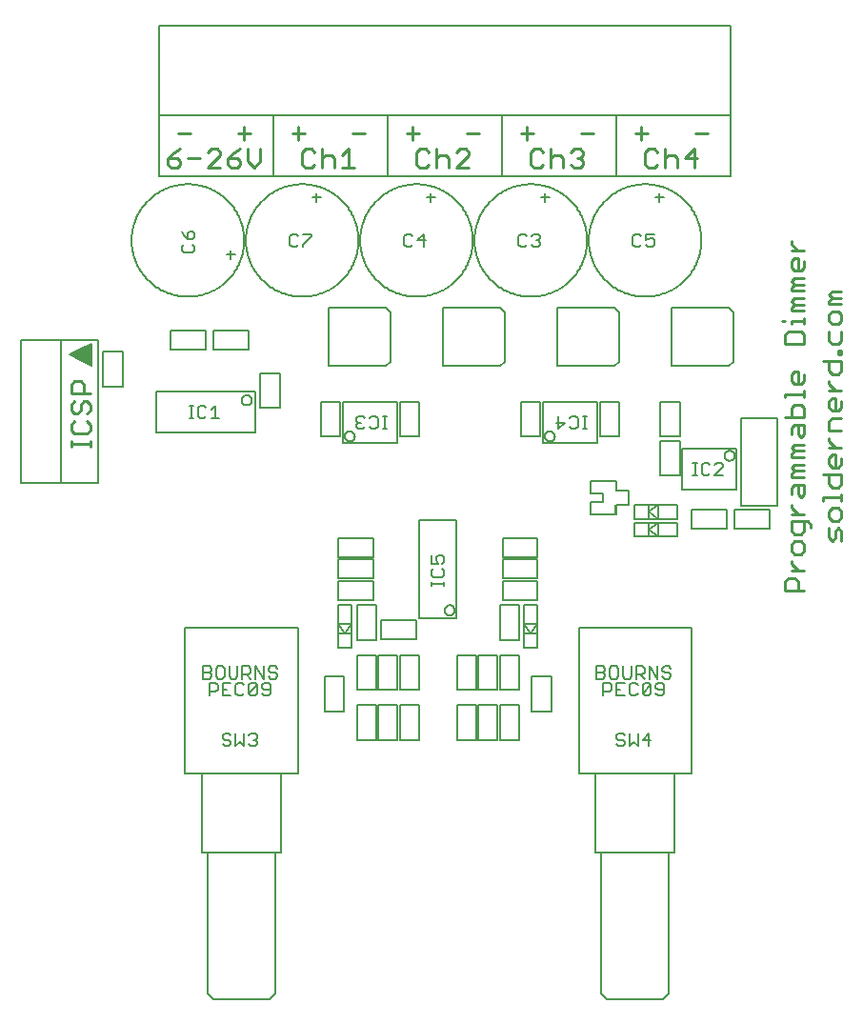
<source format=gto>
G75*
%MOIN*%
%OFA0B0*%
%FSLAX25Y25*%
%IPPOS*%
%LPD*%
%AMOC8*
5,1,8,0,0,1.08239X$1,22.5*
%
%ADD10C,0.00591*%
%ADD11C,0.01000*%
%ADD12C,0.00700*%
%ADD13C,0.00600*%
D10*
X0070044Y0052476D02*
X0070044Y0080035D01*
X0097603Y0080035D01*
X0097603Y0052476D01*
X0095635Y0052476D01*
X0095635Y0003264D01*
X0093666Y0001295D01*
X0073981Y0001295D01*
X0072012Y0003264D01*
X0072012Y0052476D01*
X0070044Y0052476D01*
X0072012Y0052476D02*
X0095635Y0052476D01*
X0097603Y0080035D02*
X0103509Y0080035D01*
X0103509Y0131217D01*
X0064138Y0131217D01*
X0064138Y0080035D01*
X0070044Y0080035D01*
X0112987Y0101807D02*
X0119680Y0101807D01*
X0119680Y0114012D01*
X0112987Y0114012D01*
X0112987Y0101807D01*
X0124237Y0104012D02*
X0124237Y0091807D01*
X0130930Y0091807D01*
X0130930Y0104012D01*
X0124237Y0104012D01*
X0124237Y0109307D02*
X0130930Y0109307D01*
X0130930Y0121512D01*
X0124237Y0121512D01*
X0124237Y0109307D01*
X0131737Y0109307D02*
X0138430Y0109307D01*
X0138430Y0121512D01*
X0131737Y0121512D01*
X0131737Y0109307D01*
X0131737Y0104012D02*
X0138430Y0104012D01*
X0138430Y0091807D01*
X0131737Y0091807D01*
X0131737Y0104012D01*
X0139237Y0104012D02*
X0145930Y0104012D01*
X0145930Y0091807D01*
X0139237Y0091807D01*
X0139237Y0104012D01*
X0139237Y0109307D02*
X0145930Y0109307D01*
X0145930Y0121512D01*
X0139237Y0121512D01*
X0139237Y0109307D01*
X0144936Y0127063D02*
X0132731Y0127063D01*
X0132731Y0133756D01*
X0144936Y0133756D01*
X0144936Y0127063D01*
X0146087Y0134435D02*
X0146087Y0168884D01*
X0159079Y0168884D01*
X0159079Y0134435D01*
X0146087Y0134435D01*
X0154930Y0137284D02*
X0154932Y0137367D01*
X0154938Y0137451D01*
X0154948Y0137534D01*
X0154961Y0137616D01*
X0154979Y0137698D01*
X0155001Y0137778D01*
X0155026Y0137858D01*
X0155055Y0137936D01*
X0155087Y0138013D01*
X0155124Y0138089D01*
X0155163Y0138162D01*
X0155207Y0138233D01*
X0155253Y0138303D01*
X0155303Y0138370D01*
X0155356Y0138435D01*
X0155411Y0138497D01*
X0155470Y0138556D01*
X0155532Y0138613D01*
X0155596Y0138666D01*
X0155662Y0138717D01*
X0155731Y0138764D01*
X0155802Y0138808D01*
X0155875Y0138849D01*
X0155950Y0138886D01*
X0156026Y0138919D01*
X0156104Y0138949D01*
X0156184Y0138975D01*
X0156264Y0138998D01*
X0156345Y0139016D01*
X0156428Y0139031D01*
X0156510Y0139042D01*
X0156594Y0139049D01*
X0156677Y0139052D01*
X0156761Y0139051D01*
X0156844Y0139046D01*
X0156927Y0139037D01*
X0157010Y0139024D01*
X0157091Y0139008D01*
X0157172Y0138987D01*
X0157252Y0138963D01*
X0157331Y0138935D01*
X0157408Y0138903D01*
X0157484Y0138868D01*
X0157558Y0138829D01*
X0157630Y0138787D01*
X0157700Y0138741D01*
X0157767Y0138692D01*
X0157833Y0138640D01*
X0157895Y0138585D01*
X0157956Y0138527D01*
X0158013Y0138466D01*
X0158067Y0138403D01*
X0158118Y0138337D01*
X0158167Y0138268D01*
X0158211Y0138198D01*
X0158253Y0138125D01*
X0158291Y0138051D01*
X0158325Y0137975D01*
X0158356Y0137897D01*
X0158383Y0137818D01*
X0158407Y0137738D01*
X0158426Y0137657D01*
X0158442Y0137575D01*
X0158454Y0137492D01*
X0158462Y0137409D01*
X0158466Y0137326D01*
X0158466Y0137242D01*
X0158462Y0137159D01*
X0158454Y0137076D01*
X0158442Y0136993D01*
X0158426Y0136911D01*
X0158407Y0136830D01*
X0158383Y0136750D01*
X0158356Y0136671D01*
X0158325Y0136593D01*
X0158291Y0136517D01*
X0158253Y0136443D01*
X0158211Y0136370D01*
X0158167Y0136300D01*
X0158118Y0136231D01*
X0158067Y0136165D01*
X0158013Y0136102D01*
X0157956Y0136041D01*
X0157895Y0135983D01*
X0157833Y0135928D01*
X0157767Y0135876D01*
X0157700Y0135827D01*
X0157630Y0135781D01*
X0157558Y0135739D01*
X0157484Y0135700D01*
X0157408Y0135665D01*
X0157331Y0135633D01*
X0157252Y0135605D01*
X0157172Y0135581D01*
X0157091Y0135560D01*
X0157010Y0135544D01*
X0156927Y0135531D01*
X0156844Y0135522D01*
X0156761Y0135517D01*
X0156677Y0135516D01*
X0156594Y0135519D01*
X0156510Y0135526D01*
X0156428Y0135537D01*
X0156345Y0135552D01*
X0156264Y0135570D01*
X0156184Y0135593D01*
X0156104Y0135619D01*
X0156026Y0135649D01*
X0155950Y0135682D01*
X0155875Y0135719D01*
X0155802Y0135760D01*
X0155731Y0135804D01*
X0155662Y0135851D01*
X0155596Y0135902D01*
X0155532Y0135955D01*
X0155470Y0136012D01*
X0155411Y0136071D01*
X0155356Y0136133D01*
X0155303Y0136198D01*
X0155253Y0136265D01*
X0155207Y0136335D01*
X0155163Y0136406D01*
X0155124Y0136479D01*
X0155087Y0136555D01*
X0155055Y0136632D01*
X0155026Y0136710D01*
X0155001Y0136790D01*
X0154979Y0136870D01*
X0154961Y0136952D01*
X0154948Y0137034D01*
X0154938Y0137117D01*
X0154932Y0137201D01*
X0154930Y0137284D01*
X0159237Y0121512D02*
X0165930Y0121512D01*
X0165930Y0109307D01*
X0159237Y0109307D01*
X0159237Y0121512D01*
X0166737Y0121512D02*
X0166737Y0109307D01*
X0173430Y0109307D01*
X0173430Y0121512D01*
X0166737Y0121512D01*
X0174237Y0121512D02*
X0174237Y0109307D01*
X0180930Y0109307D01*
X0180930Y0121512D01*
X0174237Y0121512D01*
X0174237Y0126807D02*
X0180930Y0126807D01*
X0180930Y0139012D01*
X0174237Y0139012D01*
X0174237Y0126807D01*
X0182721Y0129297D02*
X0182721Y0124179D01*
X0187446Y0124179D01*
X0187446Y0129297D01*
X0182721Y0129297D01*
X0182721Y0132447D01*
X0187446Y0132447D01*
X0185083Y0129297D01*
X0182721Y0132447D01*
X0182721Y0139140D01*
X0187446Y0139140D01*
X0187446Y0132447D01*
X0187446Y0129297D01*
X0187436Y0140813D02*
X0175231Y0140813D01*
X0175231Y0147506D01*
X0187436Y0147506D01*
X0187436Y0140813D01*
X0187436Y0148313D02*
X0187436Y0155006D01*
X0175231Y0155006D01*
X0175231Y0148313D01*
X0187436Y0148313D01*
X0187436Y0155813D02*
X0187436Y0162506D01*
X0175231Y0162506D01*
X0175231Y0155813D01*
X0187436Y0155813D01*
X0205890Y0170754D02*
X0205890Y0175085D01*
X0210221Y0175085D01*
X0210221Y0178234D01*
X0205890Y0178234D01*
X0205890Y0182565D01*
X0214946Y0182565D01*
X0214946Y0179022D01*
X0219276Y0179022D01*
X0219276Y0174297D01*
X0214946Y0174297D01*
X0214946Y0170754D01*
X0205890Y0170754D01*
X0221353Y0169297D02*
X0221353Y0174022D01*
X0226471Y0174022D01*
X0226471Y0169297D01*
X0221353Y0169297D01*
X0221353Y0167772D02*
X0221353Y0163047D01*
X0226471Y0163047D01*
X0226471Y0167772D01*
X0229621Y0167772D01*
X0229621Y0163047D01*
X0226471Y0165409D01*
X0229621Y0167772D01*
X0236314Y0167772D01*
X0236314Y0163047D01*
X0229621Y0163047D01*
X0226471Y0163047D01*
X0226471Y0167772D02*
X0221353Y0167772D01*
X0226471Y0169297D02*
X0229621Y0169297D01*
X0226471Y0171659D01*
X0229621Y0174022D01*
X0229621Y0169297D01*
X0236314Y0169297D01*
X0236314Y0174022D01*
X0229621Y0174022D01*
X0226471Y0174022D01*
X0230487Y0184307D02*
X0237180Y0184307D01*
X0237180Y0196512D01*
X0230487Y0196512D01*
X0230487Y0184307D01*
X0238135Y0179573D02*
X0238135Y0193746D01*
X0257032Y0193746D01*
X0257032Y0179573D01*
X0238135Y0179573D01*
X0241481Y0172506D02*
X0241481Y0165813D01*
X0253686Y0165813D01*
X0253686Y0172506D01*
X0241481Y0172506D01*
X0256481Y0172506D02*
X0256481Y0165813D01*
X0268686Y0165813D01*
X0268686Y0172506D01*
X0256481Y0172506D01*
X0258784Y0173805D02*
X0258784Y0204514D01*
X0271383Y0204514D01*
X0271383Y0173805D01*
X0258784Y0173805D01*
X0252909Y0191384D02*
X0252911Y0191468D01*
X0252917Y0191551D01*
X0252927Y0191635D01*
X0252941Y0191717D01*
X0252959Y0191799D01*
X0252980Y0191880D01*
X0253006Y0191960D01*
X0253035Y0192038D01*
X0253068Y0192116D01*
X0253105Y0192191D01*
X0253145Y0192264D01*
X0253189Y0192336D01*
X0253236Y0192405D01*
X0253286Y0192473D01*
X0253339Y0192537D01*
X0253396Y0192599D01*
X0253455Y0192658D01*
X0253517Y0192715D01*
X0253581Y0192768D01*
X0253649Y0192818D01*
X0253718Y0192865D01*
X0253789Y0192909D01*
X0253863Y0192949D01*
X0253938Y0192986D01*
X0254016Y0193019D01*
X0254094Y0193048D01*
X0254174Y0193074D01*
X0254255Y0193095D01*
X0254337Y0193113D01*
X0254419Y0193127D01*
X0254503Y0193137D01*
X0254586Y0193143D01*
X0254670Y0193145D01*
X0254754Y0193143D01*
X0254837Y0193137D01*
X0254921Y0193127D01*
X0255003Y0193113D01*
X0255085Y0193095D01*
X0255166Y0193074D01*
X0255246Y0193048D01*
X0255324Y0193019D01*
X0255402Y0192986D01*
X0255477Y0192949D01*
X0255550Y0192909D01*
X0255622Y0192865D01*
X0255691Y0192818D01*
X0255759Y0192768D01*
X0255823Y0192715D01*
X0255885Y0192658D01*
X0255944Y0192599D01*
X0256001Y0192537D01*
X0256054Y0192473D01*
X0256104Y0192405D01*
X0256151Y0192336D01*
X0256195Y0192265D01*
X0256235Y0192191D01*
X0256272Y0192116D01*
X0256305Y0192038D01*
X0256334Y0191960D01*
X0256360Y0191880D01*
X0256381Y0191799D01*
X0256399Y0191717D01*
X0256413Y0191635D01*
X0256423Y0191551D01*
X0256429Y0191468D01*
X0256431Y0191384D01*
X0256429Y0191300D01*
X0256423Y0191217D01*
X0256413Y0191133D01*
X0256399Y0191051D01*
X0256381Y0190969D01*
X0256360Y0190888D01*
X0256334Y0190808D01*
X0256305Y0190730D01*
X0256272Y0190652D01*
X0256235Y0190577D01*
X0256195Y0190504D01*
X0256151Y0190432D01*
X0256104Y0190363D01*
X0256054Y0190295D01*
X0256001Y0190231D01*
X0255944Y0190169D01*
X0255885Y0190110D01*
X0255823Y0190053D01*
X0255759Y0190000D01*
X0255691Y0189950D01*
X0255622Y0189903D01*
X0255551Y0189859D01*
X0255477Y0189819D01*
X0255402Y0189782D01*
X0255324Y0189749D01*
X0255246Y0189720D01*
X0255166Y0189694D01*
X0255085Y0189673D01*
X0255003Y0189655D01*
X0254921Y0189641D01*
X0254837Y0189631D01*
X0254754Y0189625D01*
X0254670Y0189623D01*
X0254586Y0189625D01*
X0254503Y0189631D01*
X0254419Y0189641D01*
X0254337Y0189655D01*
X0254255Y0189673D01*
X0254174Y0189694D01*
X0254094Y0189720D01*
X0254016Y0189749D01*
X0253938Y0189782D01*
X0253863Y0189819D01*
X0253790Y0189859D01*
X0253718Y0189903D01*
X0253649Y0189950D01*
X0253581Y0190000D01*
X0253517Y0190053D01*
X0253455Y0190110D01*
X0253396Y0190169D01*
X0253339Y0190231D01*
X0253286Y0190295D01*
X0253236Y0190363D01*
X0253189Y0190432D01*
X0253145Y0190503D01*
X0253105Y0190577D01*
X0253068Y0190652D01*
X0253035Y0190730D01*
X0253006Y0190808D01*
X0252980Y0190888D01*
X0252959Y0190969D01*
X0252941Y0191051D01*
X0252927Y0191133D01*
X0252917Y0191217D01*
X0252911Y0191300D01*
X0252909Y0191384D01*
X0237180Y0198057D02*
X0237180Y0210262D01*
X0230487Y0210262D01*
X0230487Y0198057D01*
X0237180Y0198057D01*
X0215930Y0198057D02*
X0209237Y0198057D01*
X0209237Y0210262D01*
X0215930Y0210262D01*
X0215930Y0198057D01*
X0208282Y0195823D02*
X0208282Y0209996D01*
X0189385Y0209996D01*
X0189385Y0195823D01*
X0208282Y0195823D01*
X0189986Y0198185D02*
X0189988Y0198269D01*
X0189994Y0198352D01*
X0190004Y0198436D01*
X0190018Y0198518D01*
X0190036Y0198600D01*
X0190057Y0198681D01*
X0190083Y0198761D01*
X0190112Y0198839D01*
X0190145Y0198917D01*
X0190182Y0198992D01*
X0190222Y0199065D01*
X0190266Y0199137D01*
X0190313Y0199206D01*
X0190363Y0199274D01*
X0190416Y0199338D01*
X0190473Y0199400D01*
X0190532Y0199459D01*
X0190594Y0199516D01*
X0190658Y0199569D01*
X0190726Y0199619D01*
X0190795Y0199666D01*
X0190866Y0199710D01*
X0190940Y0199750D01*
X0191015Y0199787D01*
X0191093Y0199820D01*
X0191171Y0199849D01*
X0191251Y0199875D01*
X0191332Y0199896D01*
X0191414Y0199914D01*
X0191496Y0199928D01*
X0191580Y0199938D01*
X0191663Y0199944D01*
X0191747Y0199946D01*
X0191831Y0199944D01*
X0191914Y0199938D01*
X0191998Y0199928D01*
X0192080Y0199914D01*
X0192162Y0199896D01*
X0192243Y0199875D01*
X0192323Y0199849D01*
X0192401Y0199820D01*
X0192479Y0199787D01*
X0192554Y0199750D01*
X0192627Y0199710D01*
X0192699Y0199666D01*
X0192768Y0199619D01*
X0192836Y0199569D01*
X0192900Y0199516D01*
X0192962Y0199459D01*
X0193021Y0199400D01*
X0193078Y0199338D01*
X0193131Y0199274D01*
X0193181Y0199206D01*
X0193228Y0199137D01*
X0193272Y0199066D01*
X0193312Y0198992D01*
X0193349Y0198917D01*
X0193382Y0198839D01*
X0193411Y0198761D01*
X0193437Y0198681D01*
X0193458Y0198600D01*
X0193476Y0198518D01*
X0193490Y0198436D01*
X0193500Y0198352D01*
X0193506Y0198269D01*
X0193508Y0198185D01*
X0193506Y0198101D01*
X0193500Y0198018D01*
X0193490Y0197934D01*
X0193476Y0197852D01*
X0193458Y0197770D01*
X0193437Y0197689D01*
X0193411Y0197609D01*
X0193382Y0197531D01*
X0193349Y0197453D01*
X0193312Y0197378D01*
X0193272Y0197305D01*
X0193228Y0197233D01*
X0193181Y0197164D01*
X0193131Y0197096D01*
X0193078Y0197032D01*
X0193021Y0196970D01*
X0192962Y0196911D01*
X0192900Y0196854D01*
X0192836Y0196801D01*
X0192768Y0196751D01*
X0192699Y0196704D01*
X0192628Y0196660D01*
X0192554Y0196620D01*
X0192479Y0196583D01*
X0192401Y0196550D01*
X0192323Y0196521D01*
X0192243Y0196495D01*
X0192162Y0196474D01*
X0192080Y0196456D01*
X0191998Y0196442D01*
X0191914Y0196432D01*
X0191831Y0196426D01*
X0191747Y0196424D01*
X0191663Y0196426D01*
X0191580Y0196432D01*
X0191496Y0196442D01*
X0191414Y0196456D01*
X0191332Y0196474D01*
X0191251Y0196495D01*
X0191171Y0196521D01*
X0191093Y0196550D01*
X0191015Y0196583D01*
X0190940Y0196620D01*
X0190867Y0196660D01*
X0190795Y0196704D01*
X0190726Y0196751D01*
X0190658Y0196801D01*
X0190594Y0196854D01*
X0190532Y0196911D01*
X0190473Y0196970D01*
X0190416Y0197032D01*
X0190363Y0197096D01*
X0190313Y0197164D01*
X0190266Y0197233D01*
X0190222Y0197304D01*
X0190182Y0197378D01*
X0190145Y0197453D01*
X0190112Y0197531D01*
X0190083Y0197609D01*
X0190057Y0197689D01*
X0190036Y0197770D01*
X0190018Y0197852D01*
X0190004Y0197934D01*
X0189994Y0198018D01*
X0189988Y0198101D01*
X0189986Y0198185D01*
X0188430Y0198057D02*
X0181737Y0198057D01*
X0181737Y0210262D01*
X0188430Y0210262D01*
X0188430Y0198057D01*
X0194247Y0222673D02*
X0214325Y0222673D01*
X0215900Y0224248D01*
X0215900Y0241571D01*
X0214325Y0243146D01*
X0194247Y0243146D01*
X0194247Y0222673D01*
X0175900Y0224248D02*
X0175900Y0241571D01*
X0174325Y0243146D01*
X0154247Y0243146D01*
X0154247Y0222673D01*
X0174325Y0222673D01*
X0175900Y0224248D01*
X0145930Y0210262D02*
X0145930Y0198057D01*
X0139237Y0198057D01*
X0139237Y0210262D01*
X0145930Y0210262D01*
X0138282Y0209996D02*
X0138282Y0195823D01*
X0119385Y0195823D01*
X0119385Y0209996D01*
X0138282Y0209996D01*
X0134325Y0222673D02*
X0135900Y0224248D01*
X0135900Y0241571D01*
X0134325Y0243146D01*
X0114247Y0243146D01*
X0114247Y0222673D01*
X0134325Y0222673D01*
X0118430Y0210262D02*
X0111737Y0210262D01*
X0111737Y0198057D01*
X0118430Y0198057D01*
X0118430Y0210262D01*
X0119986Y0198185D02*
X0119988Y0198269D01*
X0119994Y0198352D01*
X0120004Y0198436D01*
X0120018Y0198518D01*
X0120036Y0198600D01*
X0120057Y0198681D01*
X0120083Y0198761D01*
X0120112Y0198839D01*
X0120145Y0198917D01*
X0120182Y0198992D01*
X0120222Y0199065D01*
X0120266Y0199137D01*
X0120313Y0199206D01*
X0120363Y0199274D01*
X0120416Y0199338D01*
X0120473Y0199400D01*
X0120532Y0199459D01*
X0120594Y0199516D01*
X0120658Y0199569D01*
X0120726Y0199619D01*
X0120795Y0199666D01*
X0120866Y0199710D01*
X0120940Y0199750D01*
X0121015Y0199787D01*
X0121093Y0199820D01*
X0121171Y0199849D01*
X0121251Y0199875D01*
X0121332Y0199896D01*
X0121414Y0199914D01*
X0121496Y0199928D01*
X0121580Y0199938D01*
X0121663Y0199944D01*
X0121747Y0199946D01*
X0121831Y0199944D01*
X0121914Y0199938D01*
X0121998Y0199928D01*
X0122080Y0199914D01*
X0122162Y0199896D01*
X0122243Y0199875D01*
X0122323Y0199849D01*
X0122401Y0199820D01*
X0122479Y0199787D01*
X0122554Y0199750D01*
X0122627Y0199710D01*
X0122699Y0199666D01*
X0122768Y0199619D01*
X0122836Y0199569D01*
X0122900Y0199516D01*
X0122962Y0199459D01*
X0123021Y0199400D01*
X0123078Y0199338D01*
X0123131Y0199274D01*
X0123181Y0199206D01*
X0123228Y0199137D01*
X0123272Y0199066D01*
X0123312Y0198992D01*
X0123349Y0198917D01*
X0123382Y0198839D01*
X0123411Y0198761D01*
X0123437Y0198681D01*
X0123458Y0198600D01*
X0123476Y0198518D01*
X0123490Y0198436D01*
X0123500Y0198352D01*
X0123506Y0198269D01*
X0123508Y0198185D01*
X0123506Y0198101D01*
X0123500Y0198018D01*
X0123490Y0197934D01*
X0123476Y0197852D01*
X0123458Y0197770D01*
X0123437Y0197689D01*
X0123411Y0197609D01*
X0123382Y0197531D01*
X0123349Y0197453D01*
X0123312Y0197378D01*
X0123272Y0197305D01*
X0123228Y0197233D01*
X0123181Y0197164D01*
X0123131Y0197096D01*
X0123078Y0197032D01*
X0123021Y0196970D01*
X0122962Y0196911D01*
X0122900Y0196854D01*
X0122836Y0196801D01*
X0122768Y0196751D01*
X0122699Y0196704D01*
X0122628Y0196660D01*
X0122554Y0196620D01*
X0122479Y0196583D01*
X0122401Y0196550D01*
X0122323Y0196521D01*
X0122243Y0196495D01*
X0122162Y0196474D01*
X0122080Y0196456D01*
X0121998Y0196442D01*
X0121914Y0196432D01*
X0121831Y0196426D01*
X0121747Y0196424D01*
X0121663Y0196426D01*
X0121580Y0196432D01*
X0121496Y0196442D01*
X0121414Y0196456D01*
X0121332Y0196474D01*
X0121251Y0196495D01*
X0121171Y0196521D01*
X0121093Y0196550D01*
X0121015Y0196583D01*
X0120940Y0196620D01*
X0120867Y0196660D01*
X0120795Y0196704D01*
X0120726Y0196751D01*
X0120658Y0196801D01*
X0120594Y0196854D01*
X0120532Y0196911D01*
X0120473Y0196970D01*
X0120416Y0197032D01*
X0120363Y0197096D01*
X0120313Y0197164D01*
X0120266Y0197233D01*
X0120222Y0197304D01*
X0120182Y0197378D01*
X0120145Y0197453D01*
X0120112Y0197531D01*
X0120083Y0197609D01*
X0120057Y0197689D01*
X0120036Y0197770D01*
X0120018Y0197852D01*
X0120004Y0197934D01*
X0119994Y0198018D01*
X0119988Y0198101D01*
X0119986Y0198185D01*
X0097180Y0208057D02*
X0090487Y0208057D01*
X0090487Y0220262D01*
X0097180Y0220262D01*
X0097180Y0208057D01*
X0088656Y0213746D02*
X0088656Y0199573D01*
X0054010Y0199573D01*
X0054010Y0213746D01*
X0088656Y0213746D01*
X0083940Y0210774D02*
X0083942Y0210857D01*
X0083948Y0210941D01*
X0083958Y0211024D01*
X0083971Y0211106D01*
X0083989Y0211188D01*
X0084011Y0211268D01*
X0084036Y0211348D01*
X0084065Y0211426D01*
X0084097Y0211503D01*
X0084134Y0211579D01*
X0084173Y0211652D01*
X0084217Y0211723D01*
X0084263Y0211793D01*
X0084313Y0211860D01*
X0084366Y0211925D01*
X0084421Y0211987D01*
X0084480Y0212046D01*
X0084542Y0212103D01*
X0084606Y0212156D01*
X0084672Y0212207D01*
X0084741Y0212254D01*
X0084812Y0212298D01*
X0084885Y0212339D01*
X0084960Y0212376D01*
X0085036Y0212409D01*
X0085114Y0212439D01*
X0085194Y0212465D01*
X0085274Y0212488D01*
X0085355Y0212506D01*
X0085438Y0212521D01*
X0085520Y0212532D01*
X0085604Y0212539D01*
X0085687Y0212542D01*
X0085771Y0212541D01*
X0085854Y0212536D01*
X0085937Y0212527D01*
X0086020Y0212514D01*
X0086101Y0212498D01*
X0086182Y0212477D01*
X0086262Y0212453D01*
X0086341Y0212425D01*
X0086418Y0212393D01*
X0086494Y0212358D01*
X0086568Y0212319D01*
X0086640Y0212277D01*
X0086710Y0212231D01*
X0086777Y0212182D01*
X0086843Y0212130D01*
X0086905Y0212075D01*
X0086966Y0212017D01*
X0087023Y0211956D01*
X0087077Y0211893D01*
X0087128Y0211827D01*
X0087177Y0211758D01*
X0087221Y0211688D01*
X0087263Y0211615D01*
X0087301Y0211541D01*
X0087335Y0211465D01*
X0087366Y0211387D01*
X0087393Y0211308D01*
X0087417Y0211228D01*
X0087436Y0211147D01*
X0087452Y0211065D01*
X0087464Y0210982D01*
X0087472Y0210899D01*
X0087476Y0210816D01*
X0087476Y0210732D01*
X0087472Y0210649D01*
X0087464Y0210566D01*
X0087452Y0210483D01*
X0087436Y0210401D01*
X0087417Y0210320D01*
X0087393Y0210240D01*
X0087366Y0210161D01*
X0087335Y0210083D01*
X0087301Y0210007D01*
X0087263Y0209933D01*
X0087221Y0209860D01*
X0087177Y0209790D01*
X0087128Y0209721D01*
X0087077Y0209655D01*
X0087023Y0209592D01*
X0086966Y0209531D01*
X0086905Y0209473D01*
X0086843Y0209418D01*
X0086777Y0209366D01*
X0086710Y0209317D01*
X0086640Y0209271D01*
X0086568Y0209229D01*
X0086494Y0209190D01*
X0086418Y0209155D01*
X0086341Y0209123D01*
X0086262Y0209095D01*
X0086182Y0209071D01*
X0086101Y0209050D01*
X0086020Y0209034D01*
X0085937Y0209021D01*
X0085854Y0209012D01*
X0085771Y0209007D01*
X0085687Y0209006D01*
X0085604Y0209009D01*
X0085520Y0209016D01*
X0085438Y0209027D01*
X0085355Y0209042D01*
X0085274Y0209060D01*
X0085194Y0209083D01*
X0085114Y0209109D01*
X0085036Y0209139D01*
X0084960Y0209172D01*
X0084885Y0209209D01*
X0084812Y0209250D01*
X0084741Y0209294D01*
X0084672Y0209341D01*
X0084606Y0209392D01*
X0084542Y0209445D01*
X0084480Y0209502D01*
X0084421Y0209561D01*
X0084366Y0209623D01*
X0084313Y0209688D01*
X0084263Y0209755D01*
X0084217Y0209825D01*
X0084173Y0209896D01*
X0084134Y0209969D01*
X0084097Y0210045D01*
X0084065Y0210122D01*
X0084036Y0210200D01*
X0084011Y0210280D01*
X0083989Y0210360D01*
X0083971Y0210442D01*
X0083958Y0210524D01*
X0083948Y0210607D01*
X0083942Y0210691D01*
X0083940Y0210774D01*
X0086186Y0228313D02*
X0073981Y0228313D01*
X0073981Y0235006D01*
X0086186Y0235006D01*
X0086186Y0228313D01*
X0071186Y0228313D02*
X0071186Y0235006D01*
X0058981Y0235006D01*
X0058981Y0228313D01*
X0071186Y0228313D01*
X0042180Y0227762D02*
X0042180Y0215557D01*
X0035487Y0215557D01*
X0035487Y0227762D01*
X0042180Y0227762D01*
X0033833Y0231659D02*
X0033833Y0181659D01*
X0020083Y0181659D01*
X0020833Y0181659D02*
X0006833Y0181659D01*
X0006833Y0231659D01*
X0020833Y0231659D01*
X0020833Y0181659D01*
X0031333Y0222909D02*
X0023833Y0226659D01*
X0031333Y0230409D01*
X0031333Y0222909D01*
X0031333Y0223394D02*
X0030365Y0223394D01*
X0031333Y0223983D02*
X0029186Y0223983D01*
X0028008Y0224572D02*
X0031333Y0224572D01*
X0031333Y0225161D02*
X0026830Y0225161D01*
X0025652Y0225750D02*
X0031333Y0225750D01*
X0031333Y0226339D02*
X0024474Y0226339D01*
X0024371Y0226928D02*
X0031333Y0226928D01*
X0031333Y0227517D02*
X0025549Y0227517D01*
X0026727Y0228106D02*
X0031333Y0228106D01*
X0031333Y0228695D02*
X0027905Y0228695D01*
X0029083Y0229284D02*
X0031333Y0229284D01*
X0031333Y0229874D02*
X0030261Y0229874D01*
X0033833Y0231659D02*
X0020083Y0231659D01*
X0045398Y0266659D02*
X0045404Y0267142D01*
X0045422Y0267625D01*
X0045451Y0268107D01*
X0045493Y0268588D01*
X0045546Y0269069D01*
X0045611Y0269547D01*
X0045688Y0270024D01*
X0045776Y0270499D01*
X0045876Y0270972D01*
X0045988Y0271442D01*
X0046111Y0271909D01*
X0046246Y0272373D01*
X0046392Y0272834D01*
X0046549Y0273291D01*
X0046717Y0273744D01*
X0046896Y0274192D01*
X0047087Y0274636D01*
X0047288Y0275075D01*
X0047500Y0275510D01*
X0047722Y0275938D01*
X0047955Y0276362D01*
X0048199Y0276779D01*
X0048452Y0277190D01*
X0048716Y0277595D01*
X0048989Y0277994D01*
X0049272Y0278385D01*
X0049564Y0278770D01*
X0049866Y0279147D01*
X0050177Y0279517D01*
X0050497Y0279879D01*
X0050826Y0280233D01*
X0051164Y0280578D01*
X0051509Y0280916D01*
X0051863Y0281245D01*
X0052225Y0281565D01*
X0052595Y0281876D01*
X0052972Y0282178D01*
X0053357Y0282470D01*
X0053748Y0282753D01*
X0054147Y0283026D01*
X0054552Y0283290D01*
X0054963Y0283543D01*
X0055380Y0283787D01*
X0055804Y0284020D01*
X0056232Y0284242D01*
X0056667Y0284454D01*
X0057106Y0284655D01*
X0057550Y0284846D01*
X0057998Y0285025D01*
X0058451Y0285193D01*
X0058908Y0285350D01*
X0059369Y0285496D01*
X0059833Y0285631D01*
X0060300Y0285754D01*
X0060770Y0285866D01*
X0061243Y0285966D01*
X0061718Y0286054D01*
X0062195Y0286131D01*
X0062673Y0286196D01*
X0063154Y0286249D01*
X0063635Y0286291D01*
X0064117Y0286320D01*
X0064600Y0286338D01*
X0065083Y0286344D01*
X0065566Y0286338D01*
X0066049Y0286320D01*
X0066531Y0286291D01*
X0067012Y0286249D01*
X0067493Y0286196D01*
X0067971Y0286131D01*
X0068448Y0286054D01*
X0068923Y0285966D01*
X0069396Y0285866D01*
X0069866Y0285754D01*
X0070333Y0285631D01*
X0070797Y0285496D01*
X0071258Y0285350D01*
X0071715Y0285193D01*
X0072168Y0285025D01*
X0072616Y0284846D01*
X0073060Y0284655D01*
X0073499Y0284454D01*
X0073934Y0284242D01*
X0074362Y0284020D01*
X0074786Y0283787D01*
X0075203Y0283543D01*
X0075614Y0283290D01*
X0076019Y0283026D01*
X0076418Y0282753D01*
X0076809Y0282470D01*
X0077194Y0282178D01*
X0077571Y0281876D01*
X0077941Y0281565D01*
X0078303Y0281245D01*
X0078657Y0280916D01*
X0079002Y0280578D01*
X0079340Y0280233D01*
X0079669Y0279879D01*
X0079989Y0279517D01*
X0080300Y0279147D01*
X0080602Y0278770D01*
X0080894Y0278385D01*
X0081177Y0277994D01*
X0081450Y0277595D01*
X0081714Y0277190D01*
X0081967Y0276779D01*
X0082211Y0276362D01*
X0082444Y0275938D01*
X0082666Y0275510D01*
X0082878Y0275075D01*
X0083079Y0274636D01*
X0083270Y0274192D01*
X0083449Y0273744D01*
X0083617Y0273291D01*
X0083774Y0272834D01*
X0083920Y0272373D01*
X0084055Y0271909D01*
X0084178Y0271442D01*
X0084290Y0270972D01*
X0084390Y0270499D01*
X0084478Y0270024D01*
X0084555Y0269547D01*
X0084620Y0269069D01*
X0084673Y0268588D01*
X0084715Y0268107D01*
X0084744Y0267625D01*
X0084762Y0267142D01*
X0084768Y0266659D01*
X0084762Y0266176D01*
X0084744Y0265693D01*
X0084715Y0265211D01*
X0084673Y0264730D01*
X0084620Y0264249D01*
X0084555Y0263771D01*
X0084478Y0263294D01*
X0084390Y0262819D01*
X0084290Y0262346D01*
X0084178Y0261876D01*
X0084055Y0261409D01*
X0083920Y0260945D01*
X0083774Y0260484D01*
X0083617Y0260027D01*
X0083449Y0259574D01*
X0083270Y0259126D01*
X0083079Y0258682D01*
X0082878Y0258243D01*
X0082666Y0257808D01*
X0082444Y0257380D01*
X0082211Y0256956D01*
X0081967Y0256539D01*
X0081714Y0256128D01*
X0081450Y0255723D01*
X0081177Y0255324D01*
X0080894Y0254933D01*
X0080602Y0254548D01*
X0080300Y0254171D01*
X0079989Y0253801D01*
X0079669Y0253439D01*
X0079340Y0253085D01*
X0079002Y0252740D01*
X0078657Y0252402D01*
X0078303Y0252073D01*
X0077941Y0251753D01*
X0077571Y0251442D01*
X0077194Y0251140D01*
X0076809Y0250848D01*
X0076418Y0250565D01*
X0076019Y0250292D01*
X0075614Y0250028D01*
X0075203Y0249775D01*
X0074786Y0249531D01*
X0074362Y0249298D01*
X0073934Y0249076D01*
X0073499Y0248864D01*
X0073060Y0248663D01*
X0072616Y0248472D01*
X0072168Y0248293D01*
X0071715Y0248125D01*
X0071258Y0247968D01*
X0070797Y0247822D01*
X0070333Y0247687D01*
X0069866Y0247564D01*
X0069396Y0247452D01*
X0068923Y0247352D01*
X0068448Y0247264D01*
X0067971Y0247187D01*
X0067493Y0247122D01*
X0067012Y0247069D01*
X0066531Y0247027D01*
X0066049Y0246998D01*
X0065566Y0246980D01*
X0065083Y0246974D01*
X0064600Y0246980D01*
X0064117Y0246998D01*
X0063635Y0247027D01*
X0063154Y0247069D01*
X0062673Y0247122D01*
X0062195Y0247187D01*
X0061718Y0247264D01*
X0061243Y0247352D01*
X0060770Y0247452D01*
X0060300Y0247564D01*
X0059833Y0247687D01*
X0059369Y0247822D01*
X0058908Y0247968D01*
X0058451Y0248125D01*
X0057998Y0248293D01*
X0057550Y0248472D01*
X0057106Y0248663D01*
X0056667Y0248864D01*
X0056232Y0249076D01*
X0055804Y0249298D01*
X0055380Y0249531D01*
X0054963Y0249775D01*
X0054552Y0250028D01*
X0054147Y0250292D01*
X0053748Y0250565D01*
X0053357Y0250848D01*
X0052972Y0251140D01*
X0052595Y0251442D01*
X0052225Y0251753D01*
X0051863Y0252073D01*
X0051509Y0252402D01*
X0051164Y0252740D01*
X0050826Y0253085D01*
X0050497Y0253439D01*
X0050177Y0253801D01*
X0049866Y0254171D01*
X0049564Y0254548D01*
X0049272Y0254933D01*
X0048989Y0255324D01*
X0048716Y0255723D01*
X0048452Y0256128D01*
X0048199Y0256539D01*
X0047955Y0256956D01*
X0047722Y0257380D01*
X0047500Y0257808D01*
X0047288Y0258243D01*
X0047087Y0258682D01*
X0046896Y0259126D01*
X0046717Y0259574D01*
X0046549Y0260027D01*
X0046392Y0260484D01*
X0046246Y0260945D01*
X0046111Y0261409D01*
X0045988Y0261876D01*
X0045876Y0262346D01*
X0045776Y0262819D01*
X0045688Y0263294D01*
X0045611Y0263771D01*
X0045546Y0264249D01*
X0045493Y0264730D01*
X0045451Y0265211D01*
X0045422Y0265693D01*
X0045404Y0266176D01*
X0045398Y0266659D01*
X0055083Y0289159D02*
X0095083Y0289159D01*
X0095083Y0310409D01*
X0135083Y0310409D01*
X0135083Y0289159D01*
X0095083Y0289159D01*
X0108583Y0281659D02*
X0111583Y0281659D01*
X0110083Y0280159D02*
X0110083Y0283159D01*
X0085398Y0266659D02*
X0085404Y0267142D01*
X0085422Y0267625D01*
X0085451Y0268107D01*
X0085493Y0268588D01*
X0085546Y0269069D01*
X0085611Y0269547D01*
X0085688Y0270024D01*
X0085776Y0270499D01*
X0085876Y0270972D01*
X0085988Y0271442D01*
X0086111Y0271909D01*
X0086246Y0272373D01*
X0086392Y0272834D01*
X0086549Y0273291D01*
X0086717Y0273744D01*
X0086896Y0274192D01*
X0087087Y0274636D01*
X0087288Y0275075D01*
X0087500Y0275510D01*
X0087722Y0275938D01*
X0087955Y0276362D01*
X0088199Y0276779D01*
X0088452Y0277190D01*
X0088716Y0277595D01*
X0088989Y0277994D01*
X0089272Y0278385D01*
X0089564Y0278770D01*
X0089866Y0279147D01*
X0090177Y0279517D01*
X0090497Y0279879D01*
X0090826Y0280233D01*
X0091164Y0280578D01*
X0091509Y0280916D01*
X0091863Y0281245D01*
X0092225Y0281565D01*
X0092595Y0281876D01*
X0092972Y0282178D01*
X0093357Y0282470D01*
X0093748Y0282753D01*
X0094147Y0283026D01*
X0094552Y0283290D01*
X0094963Y0283543D01*
X0095380Y0283787D01*
X0095804Y0284020D01*
X0096232Y0284242D01*
X0096667Y0284454D01*
X0097106Y0284655D01*
X0097550Y0284846D01*
X0097998Y0285025D01*
X0098451Y0285193D01*
X0098908Y0285350D01*
X0099369Y0285496D01*
X0099833Y0285631D01*
X0100300Y0285754D01*
X0100770Y0285866D01*
X0101243Y0285966D01*
X0101718Y0286054D01*
X0102195Y0286131D01*
X0102673Y0286196D01*
X0103154Y0286249D01*
X0103635Y0286291D01*
X0104117Y0286320D01*
X0104600Y0286338D01*
X0105083Y0286344D01*
X0105566Y0286338D01*
X0106049Y0286320D01*
X0106531Y0286291D01*
X0107012Y0286249D01*
X0107493Y0286196D01*
X0107971Y0286131D01*
X0108448Y0286054D01*
X0108923Y0285966D01*
X0109396Y0285866D01*
X0109866Y0285754D01*
X0110333Y0285631D01*
X0110797Y0285496D01*
X0111258Y0285350D01*
X0111715Y0285193D01*
X0112168Y0285025D01*
X0112616Y0284846D01*
X0113060Y0284655D01*
X0113499Y0284454D01*
X0113934Y0284242D01*
X0114362Y0284020D01*
X0114786Y0283787D01*
X0115203Y0283543D01*
X0115614Y0283290D01*
X0116019Y0283026D01*
X0116418Y0282753D01*
X0116809Y0282470D01*
X0117194Y0282178D01*
X0117571Y0281876D01*
X0117941Y0281565D01*
X0118303Y0281245D01*
X0118657Y0280916D01*
X0119002Y0280578D01*
X0119340Y0280233D01*
X0119669Y0279879D01*
X0119989Y0279517D01*
X0120300Y0279147D01*
X0120602Y0278770D01*
X0120894Y0278385D01*
X0121177Y0277994D01*
X0121450Y0277595D01*
X0121714Y0277190D01*
X0121967Y0276779D01*
X0122211Y0276362D01*
X0122444Y0275938D01*
X0122666Y0275510D01*
X0122878Y0275075D01*
X0123079Y0274636D01*
X0123270Y0274192D01*
X0123449Y0273744D01*
X0123617Y0273291D01*
X0123774Y0272834D01*
X0123920Y0272373D01*
X0124055Y0271909D01*
X0124178Y0271442D01*
X0124290Y0270972D01*
X0124390Y0270499D01*
X0124478Y0270024D01*
X0124555Y0269547D01*
X0124620Y0269069D01*
X0124673Y0268588D01*
X0124715Y0268107D01*
X0124744Y0267625D01*
X0124762Y0267142D01*
X0124768Y0266659D01*
X0124762Y0266176D01*
X0124744Y0265693D01*
X0124715Y0265211D01*
X0124673Y0264730D01*
X0124620Y0264249D01*
X0124555Y0263771D01*
X0124478Y0263294D01*
X0124390Y0262819D01*
X0124290Y0262346D01*
X0124178Y0261876D01*
X0124055Y0261409D01*
X0123920Y0260945D01*
X0123774Y0260484D01*
X0123617Y0260027D01*
X0123449Y0259574D01*
X0123270Y0259126D01*
X0123079Y0258682D01*
X0122878Y0258243D01*
X0122666Y0257808D01*
X0122444Y0257380D01*
X0122211Y0256956D01*
X0121967Y0256539D01*
X0121714Y0256128D01*
X0121450Y0255723D01*
X0121177Y0255324D01*
X0120894Y0254933D01*
X0120602Y0254548D01*
X0120300Y0254171D01*
X0119989Y0253801D01*
X0119669Y0253439D01*
X0119340Y0253085D01*
X0119002Y0252740D01*
X0118657Y0252402D01*
X0118303Y0252073D01*
X0117941Y0251753D01*
X0117571Y0251442D01*
X0117194Y0251140D01*
X0116809Y0250848D01*
X0116418Y0250565D01*
X0116019Y0250292D01*
X0115614Y0250028D01*
X0115203Y0249775D01*
X0114786Y0249531D01*
X0114362Y0249298D01*
X0113934Y0249076D01*
X0113499Y0248864D01*
X0113060Y0248663D01*
X0112616Y0248472D01*
X0112168Y0248293D01*
X0111715Y0248125D01*
X0111258Y0247968D01*
X0110797Y0247822D01*
X0110333Y0247687D01*
X0109866Y0247564D01*
X0109396Y0247452D01*
X0108923Y0247352D01*
X0108448Y0247264D01*
X0107971Y0247187D01*
X0107493Y0247122D01*
X0107012Y0247069D01*
X0106531Y0247027D01*
X0106049Y0246998D01*
X0105566Y0246980D01*
X0105083Y0246974D01*
X0104600Y0246980D01*
X0104117Y0246998D01*
X0103635Y0247027D01*
X0103154Y0247069D01*
X0102673Y0247122D01*
X0102195Y0247187D01*
X0101718Y0247264D01*
X0101243Y0247352D01*
X0100770Y0247452D01*
X0100300Y0247564D01*
X0099833Y0247687D01*
X0099369Y0247822D01*
X0098908Y0247968D01*
X0098451Y0248125D01*
X0097998Y0248293D01*
X0097550Y0248472D01*
X0097106Y0248663D01*
X0096667Y0248864D01*
X0096232Y0249076D01*
X0095804Y0249298D01*
X0095380Y0249531D01*
X0094963Y0249775D01*
X0094552Y0250028D01*
X0094147Y0250292D01*
X0093748Y0250565D01*
X0093357Y0250848D01*
X0092972Y0251140D01*
X0092595Y0251442D01*
X0092225Y0251753D01*
X0091863Y0252073D01*
X0091509Y0252402D01*
X0091164Y0252740D01*
X0090826Y0253085D01*
X0090497Y0253439D01*
X0090177Y0253801D01*
X0089866Y0254171D01*
X0089564Y0254548D01*
X0089272Y0254933D01*
X0088989Y0255324D01*
X0088716Y0255723D01*
X0088452Y0256128D01*
X0088199Y0256539D01*
X0087955Y0256956D01*
X0087722Y0257380D01*
X0087500Y0257808D01*
X0087288Y0258243D01*
X0087087Y0258682D01*
X0086896Y0259126D01*
X0086717Y0259574D01*
X0086549Y0260027D01*
X0086392Y0260484D01*
X0086246Y0260945D01*
X0086111Y0261409D01*
X0085988Y0261876D01*
X0085876Y0262346D01*
X0085776Y0262819D01*
X0085688Y0263294D01*
X0085611Y0263771D01*
X0085546Y0264249D01*
X0085493Y0264730D01*
X0085451Y0265211D01*
X0085422Y0265693D01*
X0085404Y0266176D01*
X0085398Y0266659D01*
X0081583Y0261659D02*
X0078583Y0261659D01*
X0080083Y0260159D02*
X0080083Y0263159D01*
X0055083Y0289159D02*
X0055083Y0310409D01*
X0095083Y0310409D01*
X0135083Y0310409D02*
X0175083Y0310409D01*
X0175083Y0289159D01*
X0135083Y0289159D01*
X0148583Y0281659D02*
X0151583Y0281659D01*
X0150083Y0280159D02*
X0150083Y0283159D01*
X0125398Y0266659D02*
X0125404Y0267142D01*
X0125422Y0267625D01*
X0125451Y0268107D01*
X0125493Y0268588D01*
X0125546Y0269069D01*
X0125611Y0269547D01*
X0125688Y0270024D01*
X0125776Y0270499D01*
X0125876Y0270972D01*
X0125988Y0271442D01*
X0126111Y0271909D01*
X0126246Y0272373D01*
X0126392Y0272834D01*
X0126549Y0273291D01*
X0126717Y0273744D01*
X0126896Y0274192D01*
X0127087Y0274636D01*
X0127288Y0275075D01*
X0127500Y0275510D01*
X0127722Y0275938D01*
X0127955Y0276362D01*
X0128199Y0276779D01*
X0128452Y0277190D01*
X0128716Y0277595D01*
X0128989Y0277994D01*
X0129272Y0278385D01*
X0129564Y0278770D01*
X0129866Y0279147D01*
X0130177Y0279517D01*
X0130497Y0279879D01*
X0130826Y0280233D01*
X0131164Y0280578D01*
X0131509Y0280916D01*
X0131863Y0281245D01*
X0132225Y0281565D01*
X0132595Y0281876D01*
X0132972Y0282178D01*
X0133357Y0282470D01*
X0133748Y0282753D01*
X0134147Y0283026D01*
X0134552Y0283290D01*
X0134963Y0283543D01*
X0135380Y0283787D01*
X0135804Y0284020D01*
X0136232Y0284242D01*
X0136667Y0284454D01*
X0137106Y0284655D01*
X0137550Y0284846D01*
X0137998Y0285025D01*
X0138451Y0285193D01*
X0138908Y0285350D01*
X0139369Y0285496D01*
X0139833Y0285631D01*
X0140300Y0285754D01*
X0140770Y0285866D01*
X0141243Y0285966D01*
X0141718Y0286054D01*
X0142195Y0286131D01*
X0142673Y0286196D01*
X0143154Y0286249D01*
X0143635Y0286291D01*
X0144117Y0286320D01*
X0144600Y0286338D01*
X0145083Y0286344D01*
X0145566Y0286338D01*
X0146049Y0286320D01*
X0146531Y0286291D01*
X0147012Y0286249D01*
X0147493Y0286196D01*
X0147971Y0286131D01*
X0148448Y0286054D01*
X0148923Y0285966D01*
X0149396Y0285866D01*
X0149866Y0285754D01*
X0150333Y0285631D01*
X0150797Y0285496D01*
X0151258Y0285350D01*
X0151715Y0285193D01*
X0152168Y0285025D01*
X0152616Y0284846D01*
X0153060Y0284655D01*
X0153499Y0284454D01*
X0153934Y0284242D01*
X0154362Y0284020D01*
X0154786Y0283787D01*
X0155203Y0283543D01*
X0155614Y0283290D01*
X0156019Y0283026D01*
X0156418Y0282753D01*
X0156809Y0282470D01*
X0157194Y0282178D01*
X0157571Y0281876D01*
X0157941Y0281565D01*
X0158303Y0281245D01*
X0158657Y0280916D01*
X0159002Y0280578D01*
X0159340Y0280233D01*
X0159669Y0279879D01*
X0159989Y0279517D01*
X0160300Y0279147D01*
X0160602Y0278770D01*
X0160894Y0278385D01*
X0161177Y0277994D01*
X0161450Y0277595D01*
X0161714Y0277190D01*
X0161967Y0276779D01*
X0162211Y0276362D01*
X0162444Y0275938D01*
X0162666Y0275510D01*
X0162878Y0275075D01*
X0163079Y0274636D01*
X0163270Y0274192D01*
X0163449Y0273744D01*
X0163617Y0273291D01*
X0163774Y0272834D01*
X0163920Y0272373D01*
X0164055Y0271909D01*
X0164178Y0271442D01*
X0164290Y0270972D01*
X0164390Y0270499D01*
X0164478Y0270024D01*
X0164555Y0269547D01*
X0164620Y0269069D01*
X0164673Y0268588D01*
X0164715Y0268107D01*
X0164744Y0267625D01*
X0164762Y0267142D01*
X0164768Y0266659D01*
X0164762Y0266176D01*
X0164744Y0265693D01*
X0164715Y0265211D01*
X0164673Y0264730D01*
X0164620Y0264249D01*
X0164555Y0263771D01*
X0164478Y0263294D01*
X0164390Y0262819D01*
X0164290Y0262346D01*
X0164178Y0261876D01*
X0164055Y0261409D01*
X0163920Y0260945D01*
X0163774Y0260484D01*
X0163617Y0260027D01*
X0163449Y0259574D01*
X0163270Y0259126D01*
X0163079Y0258682D01*
X0162878Y0258243D01*
X0162666Y0257808D01*
X0162444Y0257380D01*
X0162211Y0256956D01*
X0161967Y0256539D01*
X0161714Y0256128D01*
X0161450Y0255723D01*
X0161177Y0255324D01*
X0160894Y0254933D01*
X0160602Y0254548D01*
X0160300Y0254171D01*
X0159989Y0253801D01*
X0159669Y0253439D01*
X0159340Y0253085D01*
X0159002Y0252740D01*
X0158657Y0252402D01*
X0158303Y0252073D01*
X0157941Y0251753D01*
X0157571Y0251442D01*
X0157194Y0251140D01*
X0156809Y0250848D01*
X0156418Y0250565D01*
X0156019Y0250292D01*
X0155614Y0250028D01*
X0155203Y0249775D01*
X0154786Y0249531D01*
X0154362Y0249298D01*
X0153934Y0249076D01*
X0153499Y0248864D01*
X0153060Y0248663D01*
X0152616Y0248472D01*
X0152168Y0248293D01*
X0151715Y0248125D01*
X0151258Y0247968D01*
X0150797Y0247822D01*
X0150333Y0247687D01*
X0149866Y0247564D01*
X0149396Y0247452D01*
X0148923Y0247352D01*
X0148448Y0247264D01*
X0147971Y0247187D01*
X0147493Y0247122D01*
X0147012Y0247069D01*
X0146531Y0247027D01*
X0146049Y0246998D01*
X0145566Y0246980D01*
X0145083Y0246974D01*
X0144600Y0246980D01*
X0144117Y0246998D01*
X0143635Y0247027D01*
X0143154Y0247069D01*
X0142673Y0247122D01*
X0142195Y0247187D01*
X0141718Y0247264D01*
X0141243Y0247352D01*
X0140770Y0247452D01*
X0140300Y0247564D01*
X0139833Y0247687D01*
X0139369Y0247822D01*
X0138908Y0247968D01*
X0138451Y0248125D01*
X0137998Y0248293D01*
X0137550Y0248472D01*
X0137106Y0248663D01*
X0136667Y0248864D01*
X0136232Y0249076D01*
X0135804Y0249298D01*
X0135380Y0249531D01*
X0134963Y0249775D01*
X0134552Y0250028D01*
X0134147Y0250292D01*
X0133748Y0250565D01*
X0133357Y0250848D01*
X0132972Y0251140D01*
X0132595Y0251442D01*
X0132225Y0251753D01*
X0131863Y0252073D01*
X0131509Y0252402D01*
X0131164Y0252740D01*
X0130826Y0253085D01*
X0130497Y0253439D01*
X0130177Y0253801D01*
X0129866Y0254171D01*
X0129564Y0254548D01*
X0129272Y0254933D01*
X0128989Y0255324D01*
X0128716Y0255723D01*
X0128452Y0256128D01*
X0128199Y0256539D01*
X0127955Y0256956D01*
X0127722Y0257380D01*
X0127500Y0257808D01*
X0127288Y0258243D01*
X0127087Y0258682D01*
X0126896Y0259126D01*
X0126717Y0259574D01*
X0126549Y0260027D01*
X0126392Y0260484D01*
X0126246Y0260945D01*
X0126111Y0261409D01*
X0125988Y0261876D01*
X0125876Y0262346D01*
X0125776Y0262819D01*
X0125688Y0263294D01*
X0125611Y0263771D01*
X0125546Y0264249D01*
X0125493Y0264730D01*
X0125451Y0265211D01*
X0125422Y0265693D01*
X0125404Y0266176D01*
X0125398Y0266659D01*
X0175083Y0289159D02*
X0215083Y0289159D01*
X0215083Y0310409D01*
X0255083Y0310409D01*
X0255083Y0289159D01*
X0215083Y0289159D01*
X0228583Y0281659D02*
X0231583Y0281659D01*
X0230083Y0280159D02*
X0230083Y0283159D01*
X0205398Y0266659D02*
X0205404Y0267142D01*
X0205422Y0267625D01*
X0205451Y0268107D01*
X0205493Y0268588D01*
X0205546Y0269069D01*
X0205611Y0269547D01*
X0205688Y0270024D01*
X0205776Y0270499D01*
X0205876Y0270972D01*
X0205988Y0271442D01*
X0206111Y0271909D01*
X0206246Y0272373D01*
X0206392Y0272834D01*
X0206549Y0273291D01*
X0206717Y0273744D01*
X0206896Y0274192D01*
X0207087Y0274636D01*
X0207288Y0275075D01*
X0207500Y0275510D01*
X0207722Y0275938D01*
X0207955Y0276362D01*
X0208199Y0276779D01*
X0208452Y0277190D01*
X0208716Y0277595D01*
X0208989Y0277994D01*
X0209272Y0278385D01*
X0209564Y0278770D01*
X0209866Y0279147D01*
X0210177Y0279517D01*
X0210497Y0279879D01*
X0210826Y0280233D01*
X0211164Y0280578D01*
X0211509Y0280916D01*
X0211863Y0281245D01*
X0212225Y0281565D01*
X0212595Y0281876D01*
X0212972Y0282178D01*
X0213357Y0282470D01*
X0213748Y0282753D01*
X0214147Y0283026D01*
X0214552Y0283290D01*
X0214963Y0283543D01*
X0215380Y0283787D01*
X0215804Y0284020D01*
X0216232Y0284242D01*
X0216667Y0284454D01*
X0217106Y0284655D01*
X0217550Y0284846D01*
X0217998Y0285025D01*
X0218451Y0285193D01*
X0218908Y0285350D01*
X0219369Y0285496D01*
X0219833Y0285631D01*
X0220300Y0285754D01*
X0220770Y0285866D01*
X0221243Y0285966D01*
X0221718Y0286054D01*
X0222195Y0286131D01*
X0222673Y0286196D01*
X0223154Y0286249D01*
X0223635Y0286291D01*
X0224117Y0286320D01*
X0224600Y0286338D01*
X0225083Y0286344D01*
X0225566Y0286338D01*
X0226049Y0286320D01*
X0226531Y0286291D01*
X0227012Y0286249D01*
X0227493Y0286196D01*
X0227971Y0286131D01*
X0228448Y0286054D01*
X0228923Y0285966D01*
X0229396Y0285866D01*
X0229866Y0285754D01*
X0230333Y0285631D01*
X0230797Y0285496D01*
X0231258Y0285350D01*
X0231715Y0285193D01*
X0232168Y0285025D01*
X0232616Y0284846D01*
X0233060Y0284655D01*
X0233499Y0284454D01*
X0233934Y0284242D01*
X0234362Y0284020D01*
X0234786Y0283787D01*
X0235203Y0283543D01*
X0235614Y0283290D01*
X0236019Y0283026D01*
X0236418Y0282753D01*
X0236809Y0282470D01*
X0237194Y0282178D01*
X0237571Y0281876D01*
X0237941Y0281565D01*
X0238303Y0281245D01*
X0238657Y0280916D01*
X0239002Y0280578D01*
X0239340Y0280233D01*
X0239669Y0279879D01*
X0239989Y0279517D01*
X0240300Y0279147D01*
X0240602Y0278770D01*
X0240894Y0278385D01*
X0241177Y0277994D01*
X0241450Y0277595D01*
X0241714Y0277190D01*
X0241967Y0276779D01*
X0242211Y0276362D01*
X0242444Y0275938D01*
X0242666Y0275510D01*
X0242878Y0275075D01*
X0243079Y0274636D01*
X0243270Y0274192D01*
X0243449Y0273744D01*
X0243617Y0273291D01*
X0243774Y0272834D01*
X0243920Y0272373D01*
X0244055Y0271909D01*
X0244178Y0271442D01*
X0244290Y0270972D01*
X0244390Y0270499D01*
X0244478Y0270024D01*
X0244555Y0269547D01*
X0244620Y0269069D01*
X0244673Y0268588D01*
X0244715Y0268107D01*
X0244744Y0267625D01*
X0244762Y0267142D01*
X0244768Y0266659D01*
X0244762Y0266176D01*
X0244744Y0265693D01*
X0244715Y0265211D01*
X0244673Y0264730D01*
X0244620Y0264249D01*
X0244555Y0263771D01*
X0244478Y0263294D01*
X0244390Y0262819D01*
X0244290Y0262346D01*
X0244178Y0261876D01*
X0244055Y0261409D01*
X0243920Y0260945D01*
X0243774Y0260484D01*
X0243617Y0260027D01*
X0243449Y0259574D01*
X0243270Y0259126D01*
X0243079Y0258682D01*
X0242878Y0258243D01*
X0242666Y0257808D01*
X0242444Y0257380D01*
X0242211Y0256956D01*
X0241967Y0256539D01*
X0241714Y0256128D01*
X0241450Y0255723D01*
X0241177Y0255324D01*
X0240894Y0254933D01*
X0240602Y0254548D01*
X0240300Y0254171D01*
X0239989Y0253801D01*
X0239669Y0253439D01*
X0239340Y0253085D01*
X0239002Y0252740D01*
X0238657Y0252402D01*
X0238303Y0252073D01*
X0237941Y0251753D01*
X0237571Y0251442D01*
X0237194Y0251140D01*
X0236809Y0250848D01*
X0236418Y0250565D01*
X0236019Y0250292D01*
X0235614Y0250028D01*
X0235203Y0249775D01*
X0234786Y0249531D01*
X0234362Y0249298D01*
X0233934Y0249076D01*
X0233499Y0248864D01*
X0233060Y0248663D01*
X0232616Y0248472D01*
X0232168Y0248293D01*
X0231715Y0248125D01*
X0231258Y0247968D01*
X0230797Y0247822D01*
X0230333Y0247687D01*
X0229866Y0247564D01*
X0229396Y0247452D01*
X0228923Y0247352D01*
X0228448Y0247264D01*
X0227971Y0247187D01*
X0227493Y0247122D01*
X0227012Y0247069D01*
X0226531Y0247027D01*
X0226049Y0246998D01*
X0225566Y0246980D01*
X0225083Y0246974D01*
X0224600Y0246980D01*
X0224117Y0246998D01*
X0223635Y0247027D01*
X0223154Y0247069D01*
X0222673Y0247122D01*
X0222195Y0247187D01*
X0221718Y0247264D01*
X0221243Y0247352D01*
X0220770Y0247452D01*
X0220300Y0247564D01*
X0219833Y0247687D01*
X0219369Y0247822D01*
X0218908Y0247968D01*
X0218451Y0248125D01*
X0217998Y0248293D01*
X0217550Y0248472D01*
X0217106Y0248663D01*
X0216667Y0248864D01*
X0216232Y0249076D01*
X0215804Y0249298D01*
X0215380Y0249531D01*
X0214963Y0249775D01*
X0214552Y0250028D01*
X0214147Y0250292D01*
X0213748Y0250565D01*
X0213357Y0250848D01*
X0212972Y0251140D01*
X0212595Y0251442D01*
X0212225Y0251753D01*
X0211863Y0252073D01*
X0211509Y0252402D01*
X0211164Y0252740D01*
X0210826Y0253085D01*
X0210497Y0253439D01*
X0210177Y0253801D01*
X0209866Y0254171D01*
X0209564Y0254548D01*
X0209272Y0254933D01*
X0208989Y0255324D01*
X0208716Y0255723D01*
X0208452Y0256128D01*
X0208199Y0256539D01*
X0207955Y0256956D01*
X0207722Y0257380D01*
X0207500Y0257808D01*
X0207288Y0258243D01*
X0207087Y0258682D01*
X0206896Y0259126D01*
X0206717Y0259574D01*
X0206549Y0260027D01*
X0206392Y0260484D01*
X0206246Y0260945D01*
X0206111Y0261409D01*
X0205988Y0261876D01*
X0205876Y0262346D01*
X0205776Y0262819D01*
X0205688Y0263294D01*
X0205611Y0263771D01*
X0205546Y0264249D01*
X0205493Y0264730D01*
X0205451Y0265211D01*
X0205422Y0265693D01*
X0205404Y0266176D01*
X0205398Y0266659D01*
X0191583Y0281659D02*
X0188583Y0281659D01*
X0190083Y0280159D02*
X0190083Y0283159D01*
X0165398Y0266659D02*
X0165404Y0267142D01*
X0165422Y0267625D01*
X0165451Y0268107D01*
X0165493Y0268588D01*
X0165546Y0269069D01*
X0165611Y0269547D01*
X0165688Y0270024D01*
X0165776Y0270499D01*
X0165876Y0270972D01*
X0165988Y0271442D01*
X0166111Y0271909D01*
X0166246Y0272373D01*
X0166392Y0272834D01*
X0166549Y0273291D01*
X0166717Y0273744D01*
X0166896Y0274192D01*
X0167087Y0274636D01*
X0167288Y0275075D01*
X0167500Y0275510D01*
X0167722Y0275938D01*
X0167955Y0276362D01*
X0168199Y0276779D01*
X0168452Y0277190D01*
X0168716Y0277595D01*
X0168989Y0277994D01*
X0169272Y0278385D01*
X0169564Y0278770D01*
X0169866Y0279147D01*
X0170177Y0279517D01*
X0170497Y0279879D01*
X0170826Y0280233D01*
X0171164Y0280578D01*
X0171509Y0280916D01*
X0171863Y0281245D01*
X0172225Y0281565D01*
X0172595Y0281876D01*
X0172972Y0282178D01*
X0173357Y0282470D01*
X0173748Y0282753D01*
X0174147Y0283026D01*
X0174552Y0283290D01*
X0174963Y0283543D01*
X0175380Y0283787D01*
X0175804Y0284020D01*
X0176232Y0284242D01*
X0176667Y0284454D01*
X0177106Y0284655D01*
X0177550Y0284846D01*
X0177998Y0285025D01*
X0178451Y0285193D01*
X0178908Y0285350D01*
X0179369Y0285496D01*
X0179833Y0285631D01*
X0180300Y0285754D01*
X0180770Y0285866D01*
X0181243Y0285966D01*
X0181718Y0286054D01*
X0182195Y0286131D01*
X0182673Y0286196D01*
X0183154Y0286249D01*
X0183635Y0286291D01*
X0184117Y0286320D01*
X0184600Y0286338D01*
X0185083Y0286344D01*
X0185566Y0286338D01*
X0186049Y0286320D01*
X0186531Y0286291D01*
X0187012Y0286249D01*
X0187493Y0286196D01*
X0187971Y0286131D01*
X0188448Y0286054D01*
X0188923Y0285966D01*
X0189396Y0285866D01*
X0189866Y0285754D01*
X0190333Y0285631D01*
X0190797Y0285496D01*
X0191258Y0285350D01*
X0191715Y0285193D01*
X0192168Y0285025D01*
X0192616Y0284846D01*
X0193060Y0284655D01*
X0193499Y0284454D01*
X0193934Y0284242D01*
X0194362Y0284020D01*
X0194786Y0283787D01*
X0195203Y0283543D01*
X0195614Y0283290D01*
X0196019Y0283026D01*
X0196418Y0282753D01*
X0196809Y0282470D01*
X0197194Y0282178D01*
X0197571Y0281876D01*
X0197941Y0281565D01*
X0198303Y0281245D01*
X0198657Y0280916D01*
X0199002Y0280578D01*
X0199340Y0280233D01*
X0199669Y0279879D01*
X0199989Y0279517D01*
X0200300Y0279147D01*
X0200602Y0278770D01*
X0200894Y0278385D01*
X0201177Y0277994D01*
X0201450Y0277595D01*
X0201714Y0277190D01*
X0201967Y0276779D01*
X0202211Y0276362D01*
X0202444Y0275938D01*
X0202666Y0275510D01*
X0202878Y0275075D01*
X0203079Y0274636D01*
X0203270Y0274192D01*
X0203449Y0273744D01*
X0203617Y0273291D01*
X0203774Y0272834D01*
X0203920Y0272373D01*
X0204055Y0271909D01*
X0204178Y0271442D01*
X0204290Y0270972D01*
X0204390Y0270499D01*
X0204478Y0270024D01*
X0204555Y0269547D01*
X0204620Y0269069D01*
X0204673Y0268588D01*
X0204715Y0268107D01*
X0204744Y0267625D01*
X0204762Y0267142D01*
X0204768Y0266659D01*
X0204762Y0266176D01*
X0204744Y0265693D01*
X0204715Y0265211D01*
X0204673Y0264730D01*
X0204620Y0264249D01*
X0204555Y0263771D01*
X0204478Y0263294D01*
X0204390Y0262819D01*
X0204290Y0262346D01*
X0204178Y0261876D01*
X0204055Y0261409D01*
X0203920Y0260945D01*
X0203774Y0260484D01*
X0203617Y0260027D01*
X0203449Y0259574D01*
X0203270Y0259126D01*
X0203079Y0258682D01*
X0202878Y0258243D01*
X0202666Y0257808D01*
X0202444Y0257380D01*
X0202211Y0256956D01*
X0201967Y0256539D01*
X0201714Y0256128D01*
X0201450Y0255723D01*
X0201177Y0255324D01*
X0200894Y0254933D01*
X0200602Y0254548D01*
X0200300Y0254171D01*
X0199989Y0253801D01*
X0199669Y0253439D01*
X0199340Y0253085D01*
X0199002Y0252740D01*
X0198657Y0252402D01*
X0198303Y0252073D01*
X0197941Y0251753D01*
X0197571Y0251442D01*
X0197194Y0251140D01*
X0196809Y0250848D01*
X0196418Y0250565D01*
X0196019Y0250292D01*
X0195614Y0250028D01*
X0195203Y0249775D01*
X0194786Y0249531D01*
X0194362Y0249298D01*
X0193934Y0249076D01*
X0193499Y0248864D01*
X0193060Y0248663D01*
X0192616Y0248472D01*
X0192168Y0248293D01*
X0191715Y0248125D01*
X0191258Y0247968D01*
X0190797Y0247822D01*
X0190333Y0247687D01*
X0189866Y0247564D01*
X0189396Y0247452D01*
X0188923Y0247352D01*
X0188448Y0247264D01*
X0187971Y0247187D01*
X0187493Y0247122D01*
X0187012Y0247069D01*
X0186531Y0247027D01*
X0186049Y0246998D01*
X0185566Y0246980D01*
X0185083Y0246974D01*
X0184600Y0246980D01*
X0184117Y0246998D01*
X0183635Y0247027D01*
X0183154Y0247069D01*
X0182673Y0247122D01*
X0182195Y0247187D01*
X0181718Y0247264D01*
X0181243Y0247352D01*
X0180770Y0247452D01*
X0180300Y0247564D01*
X0179833Y0247687D01*
X0179369Y0247822D01*
X0178908Y0247968D01*
X0178451Y0248125D01*
X0177998Y0248293D01*
X0177550Y0248472D01*
X0177106Y0248663D01*
X0176667Y0248864D01*
X0176232Y0249076D01*
X0175804Y0249298D01*
X0175380Y0249531D01*
X0174963Y0249775D01*
X0174552Y0250028D01*
X0174147Y0250292D01*
X0173748Y0250565D01*
X0173357Y0250848D01*
X0172972Y0251140D01*
X0172595Y0251442D01*
X0172225Y0251753D01*
X0171863Y0252073D01*
X0171509Y0252402D01*
X0171164Y0252740D01*
X0170826Y0253085D01*
X0170497Y0253439D01*
X0170177Y0253801D01*
X0169866Y0254171D01*
X0169564Y0254548D01*
X0169272Y0254933D01*
X0168989Y0255324D01*
X0168716Y0255723D01*
X0168452Y0256128D01*
X0168199Y0256539D01*
X0167955Y0256956D01*
X0167722Y0257380D01*
X0167500Y0257808D01*
X0167288Y0258243D01*
X0167087Y0258682D01*
X0166896Y0259126D01*
X0166717Y0259574D01*
X0166549Y0260027D01*
X0166392Y0260484D01*
X0166246Y0260945D01*
X0166111Y0261409D01*
X0165988Y0261876D01*
X0165876Y0262346D01*
X0165776Y0262819D01*
X0165688Y0263294D01*
X0165611Y0263771D01*
X0165546Y0264249D01*
X0165493Y0264730D01*
X0165451Y0265211D01*
X0165422Y0265693D01*
X0165404Y0266176D01*
X0165398Y0266659D01*
X0175083Y0310409D02*
X0215083Y0310409D01*
X0255083Y0310439D02*
X0055083Y0310439D01*
X0055083Y0341935D01*
X0255083Y0341935D01*
X0255083Y0310439D01*
X0254325Y0243146D02*
X0234247Y0243146D01*
X0234247Y0222673D01*
X0254325Y0222673D01*
X0255900Y0224248D01*
X0255900Y0241571D01*
X0254325Y0243146D01*
X0241304Y0131217D02*
X0201934Y0131217D01*
X0201934Y0080035D01*
X0207839Y0080035D01*
X0207839Y0052476D01*
X0209808Y0052476D01*
X0209808Y0003264D01*
X0211776Y0001295D01*
X0231461Y0001295D01*
X0233430Y0003264D01*
X0233430Y0052476D01*
X0209808Y0052476D01*
X0233430Y0052476D02*
X0235398Y0052476D01*
X0235398Y0080035D01*
X0241304Y0080035D01*
X0241304Y0131217D01*
X0235398Y0080035D02*
X0207839Y0080035D01*
X0192180Y0101807D02*
X0192180Y0114012D01*
X0185487Y0114012D01*
X0185487Y0101807D01*
X0192180Y0101807D01*
X0180930Y0104012D02*
X0180930Y0091807D01*
X0174237Y0091807D01*
X0174237Y0104012D01*
X0180930Y0104012D01*
X0173430Y0104012D02*
X0166737Y0104012D01*
X0166737Y0091807D01*
X0173430Y0091807D01*
X0173430Y0104012D01*
X0165930Y0104012D02*
X0159237Y0104012D01*
X0159237Y0091807D01*
X0165930Y0091807D01*
X0165930Y0104012D01*
X0130930Y0126807D02*
X0124237Y0126807D01*
X0124237Y0139012D01*
X0130930Y0139012D01*
X0130930Y0126807D01*
X0122446Y0129297D02*
X0122446Y0124179D01*
X0117721Y0124179D01*
X0117721Y0129297D01*
X0122446Y0129297D01*
X0122446Y0132447D01*
X0120083Y0129297D01*
X0117721Y0132447D01*
X0122446Y0132447D01*
X0122446Y0139140D01*
X0117721Y0139140D01*
X0117721Y0132447D01*
X0117721Y0129297D01*
X0117731Y0140813D02*
X0129936Y0140813D01*
X0129936Y0147506D01*
X0117731Y0147506D01*
X0117731Y0140813D01*
X0117731Y0148313D02*
X0129936Y0148313D01*
X0129936Y0155006D01*
X0117731Y0155006D01*
X0117731Y0148313D01*
X0117731Y0155813D02*
X0117731Y0162506D01*
X0129936Y0162506D01*
X0129936Y0155813D01*
X0117731Y0155813D01*
D11*
X0030883Y0194330D02*
X0030883Y0196532D01*
X0030883Y0195431D02*
X0024278Y0195431D01*
X0024278Y0194330D02*
X0024278Y0196532D01*
X0025379Y0198995D02*
X0029782Y0198995D01*
X0030883Y0200096D01*
X0030883Y0202298D01*
X0029782Y0203399D01*
X0029782Y0205993D02*
X0030883Y0207094D01*
X0030883Y0209296D01*
X0029782Y0210397D01*
X0028681Y0210397D01*
X0027581Y0209296D01*
X0027581Y0207094D01*
X0026480Y0205993D01*
X0025379Y0205993D01*
X0024278Y0207094D01*
X0024278Y0209296D01*
X0025379Y0210397D01*
X0024278Y0212991D02*
X0024278Y0216294D01*
X0025379Y0217395D01*
X0027581Y0217395D01*
X0028681Y0216294D01*
X0028681Y0212991D01*
X0030883Y0212991D02*
X0024278Y0212991D01*
X0025379Y0203399D02*
X0024278Y0202298D01*
X0024278Y0200096D01*
X0025379Y0198995D01*
X0059189Y0292109D02*
X0061391Y0292109D01*
X0062492Y0293210D01*
X0062492Y0294311D01*
X0061391Y0295412D01*
X0058088Y0295412D01*
X0058088Y0293210D01*
X0059189Y0292109D01*
X0058088Y0295412D02*
X0060290Y0297614D01*
X0062492Y0298715D01*
X0065086Y0295412D02*
X0069490Y0295412D01*
X0072084Y0297614D02*
X0073185Y0298715D01*
X0075387Y0298715D01*
X0076488Y0297614D01*
X0076488Y0296513D01*
X0072084Y0292109D01*
X0076488Y0292109D01*
X0079082Y0293210D02*
X0080183Y0292109D01*
X0082385Y0292109D01*
X0083486Y0293210D01*
X0083486Y0294311D01*
X0082385Y0295412D01*
X0079082Y0295412D01*
X0079082Y0293210D01*
X0079082Y0295412D02*
X0081284Y0297614D01*
X0083486Y0298715D01*
X0086080Y0298715D02*
X0086080Y0294311D01*
X0088282Y0292109D01*
X0090484Y0294311D01*
X0090484Y0298715D01*
X0084783Y0301960D02*
X0084783Y0306364D01*
X0082581Y0304162D02*
X0086985Y0304162D01*
X0101587Y0304162D02*
X0105991Y0304162D01*
X0103789Y0306364D02*
X0103789Y0301960D01*
X0106187Y0298715D02*
X0105086Y0297614D01*
X0105086Y0293210D01*
X0106187Y0292109D01*
X0108389Y0292109D01*
X0109490Y0293210D01*
X0112084Y0292109D02*
X0112084Y0298715D01*
X0113185Y0296513D02*
X0115387Y0296513D01*
X0116488Y0295412D01*
X0116488Y0292109D01*
X0119082Y0292109D02*
X0123486Y0292109D01*
X0121284Y0292109D02*
X0121284Y0298715D01*
X0119082Y0296513D01*
X0113185Y0296513D02*
X0112084Y0295412D01*
X0109490Y0297614D02*
X0108389Y0298715D01*
X0106187Y0298715D01*
X0122581Y0304162D02*
X0126985Y0304162D01*
X0141587Y0304162D02*
X0145991Y0304162D01*
X0143789Y0306364D02*
X0143789Y0301960D01*
X0146187Y0298715D02*
X0145086Y0297614D01*
X0145086Y0293210D01*
X0146187Y0292109D01*
X0148389Y0292109D01*
X0149490Y0293210D01*
X0152084Y0292109D02*
X0152084Y0298715D01*
X0153185Y0296513D02*
X0152084Y0295412D01*
X0153185Y0296513D02*
X0155387Y0296513D01*
X0156488Y0295412D01*
X0156488Y0292109D01*
X0159082Y0292109D02*
X0163486Y0296513D01*
X0163486Y0297614D01*
X0162385Y0298715D01*
X0160183Y0298715D01*
X0159082Y0297614D01*
X0159082Y0292109D02*
X0163486Y0292109D01*
X0162581Y0304162D02*
X0166985Y0304162D01*
X0181587Y0304162D02*
X0185991Y0304162D01*
X0183789Y0306364D02*
X0183789Y0301960D01*
X0186187Y0298715D02*
X0185086Y0297614D01*
X0185086Y0293210D01*
X0186187Y0292109D01*
X0188389Y0292109D01*
X0189490Y0293210D01*
X0192084Y0292109D02*
X0192084Y0298715D01*
X0193185Y0296513D02*
X0192084Y0295412D01*
X0193185Y0296513D02*
X0195387Y0296513D01*
X0196488Y0295412D01*
X0196488Y0292109D01*
X0199082Y0293210D02*
X0200183Y0292109D01*
X0202385Y0292109D01*
X0203486Y0293210D01*
X0203486Y0294311D01*
X0202385Y0295412D01*
X0201284Y0295412D01*
X0202385Y0295412D02*
X0203486Y0296513D01*
X0203486Y0297614D01*
X0202385Y0298715D01*
X0200183Y0298715D01*
X0199082Y0297614D01*
X0202581Y0304162D02*
X0206985Y0304162D01*
X0221587Y0304162D02*
X0225991Y0304162D01*
X0223789Y0306364D02*
X0223789Y0301960D01*
X0226187Y0298715D02*
X0225086Y0297614D01*
X0225086Y0293210D01*
X0226187Y0292109D01*
X0228389Y0292109D01*
X0229490Y0293210D01*
X0232084Y0292109D02*
X0232084Y0298715D01*
X0233185Y0296513D02*
X0235387Y0296513D01*
X0236488Y0295412D01*
X0236488Y0292109D01*
X0239082Y0295412D02*
X0243486Y0295412D01*
X0242385Y0292109D02*
X0242385Y0298715D01*
X0239082Y0295412D01*
X0233185Y0296513D02*
X0232084Y0295412D01*
X0229490Y0297614D02*
X0228389Y0298715D01*
X0226187Y0298715D01*
X0242581Y0304162D02*
X0246985Y0304162D01*
X0276352Y0266389D02*
X0276352Y0265288D01*
X0278554Y0263087D01*
X0280755Y0263087D02*
X0276352Y0263087D01*
X0277453Y0260492D02*
X0276352Y0259391D01*
X0276352Y0257189D01*
X0277453Y0256089D01*
X0279654Y0256089D01*
X0280755Y0257189D01*
X0280755Y0259391D01*
X0278554Y0260492D02*
X0278554Y0256089D01*
X0277453Y0253494D02*
X0276352Y0252393D01*
X0277453Y0251292D01*
X0280755Y0251292D01*
X0280755Y0249091D02*
X0276352Y0249091D01*
X0276352Y0250192D01*
X0277453Y0251292D01*
X0277453Y0253494D02*
X0280755Y0253494D01*
X0280755Y0246496D02*
X0277453Y0246496D01*
X0276352Y0245395D01*
X0277453Y0244294D01*
X0280755Y0244294D01*
X0280755Y0242093D02*
X0276352Y0242093D01*
X0276352Y0243194D01*
X0277453Y0244294D01*
X0280755Y0239629D02*
X0280755Y0237427D01*
X0280755Y0238528D02*
X0276352Y0238528D01*
X0276352Y0237427D01*
X0274150Y0238528D02*
X0273049Y0238528D01*
X0275251Y0234833D02*
X0274150Y0233732D01*
X0274150Y0230429D01*
X0280755Y0230429D01*
X0280755Y0233732D01*
X0279654Y0234833D01*
X0275251Y0234833D01*
X0289413Y0234833D02*
X0289413Y0231530D01*
X0290514Y0230429D01*
X0292715Y0230429D01*
X0293816Y0231530D01*
X0293816Y0234833D01*
X0292715Y0237427D02*
X0293816Y0238528D01*
X0293816Y0240730D01*
X0292715Y0241831D01*
X0290514Y0241831D01*
X0289413Y0240730D01*
X0289413Y0238528D01*
X0290514Y0237427D01*
X0292715Y0237427D01*
X0293816Y0244425D02*
X0289413Y0244425D01*
X0289413Y0245526D01*
X0290514Y0246627D01*
X0289413Y0247728D01*
X0290514Y0248829D01*
X0293816Y0248829D01*
X0293816Y0246627D02*
X0290514Y0246627D01*
X0278554Y0260492D02*
X0277453Y0260492D01*
X0292715Y0228031D02*
X0293816Y0228031D01*
X0293816Y0226930D01*
X0292715Y0226930D01*
X0292715Y0228031D01*
X0293816Y0224336D02*
X0287211Y0224336D01*
X0289413Y0224336D02*
X0289413Y0221033D01*
X0290514Y0219932D01*
X0292715Y0219932D01*
X0293816Y0221033D01*
X0293816Y0224336D01*
X0289413Y0217404D02*
X0289413Y0216303D01*
X0291615Y0214101D01*
X0293816Y0214101D02*
X0289413Y0214101D01*
X0290514Y0211507D02*
X0289413Y0210406D01*
X0289413Y0208204D01*
X0290514Y0207103D01*
X0292715Y0207103D01*
X0293816Y0208204D01*
X0293816Y0210406D01*
X0291615Y0211507D02*
X0291615Y0207103D01*
X0290514Y0204509D02*
X0293816Y0204509D01*
X0290514Y0204509D02*
X0289413Y0203408D01*
X0289413Y0200105D01*
X0293816Y0200105D01*
X0289413Y0197576D02*
X0289413Y0196475D01*
X0291615Y0194273D01*
X0293816Y0194273D02*
X0289413Y0194273D01*
X0290514Y0191679D02*
X0289413Y0190578D01*
X0289413Y0188376D01*
X0290514Y0187275D01*
X0292715Y0187275D01*
X0293816Y0188376D01*
X0293816Y0190578D01*
X0291615Y0191679D02*
X0291615Y0187275D01*
X0293816Y0184681D02*
X0287211Y0184681D01*
X0289413Y0184681D02*
X0289413Y0181378D01*
X0290514Y0180277D01*
X0292715Y0180277D01*
X0293816Y0181378D01*
X0293816Y0184681D01*
X0293816Y0177814D02*
X0293816Y0175612D01*
X0293816Y0176713D02*
X0287211Y0176713D01*
X0287211Y0175612D01*
X0290514Y0173018D02*
X0289413Y0171917D01*
X0289413Y0169715D01*
X0290514Y0168614D01*
X0292715Y0168614D01*
X0293816Y0169715D01*
X0293816Y0171917D01*
X0292715Y0173018D01*
X0290514Y0173018D01*
X0289413Y0166020D02*
X0289413Y0162717D01*
X0290514Y0161616D01*
X0291615Y0162717D01*
X0291615Y0164919D01*
X0292715Y0166020D01*
X0293816Y0164919D01*
X0293816Y0161616D01*
X0282957Y0166150D02*
X0282957Y0167251D01*
X0281856Y0168352D01*
X0276352Y0168352D01*
X0276352Y0165050D01*
X0277453Y0163949D01*
X0279654Y0163949D01*
X0280755Y0165050D01*
X0280755Y0168352D01*
X0280755Y0170947D02*
X0276352Y0170947D01*
X0276352Y0173148D02*
X0276352Y0174249D01*
X0276352Y0173148D02*
X0278554Y0170947D01*
X0279654Y0176778D02*
X0278554Y0177879D01*
X0278554Y0181182D01*
X0277453Y0181182D02*
X0280755Y0181182D01*
X0280755Y0177879D01*
X0279654Y0176778D01*
X0276352Y0177879D02*
X0276352Y0180081D01*
X0277453Y0181182D01*
X0276352Y0183776D02*
X0276352Y0184877D01*
X0277453Y0185978D01*
X0276352Y0187079D01*
X0277453Y0188180D01*
X0280755Y0188180D01*
X0280755Y0185978D02*
X0277453Y0185978D01*
X0276352Y0183776D02*
X0280755Y0183776D01*
X0280755Y0190774D02*
X0276352Y0190774D01*
X0276352Y0191875D01*
X0277453Y0192976D01*
X0276352Y0194077D01*
X0277453Y0195178D01*
X0280755Y0195178D01*
X0280755Y0192976D02*
X0277453Y0192976D01*
X0279654Y0197772D02*
X0278554Y0198873D01*
X0278554Y0202176D01*
X0277453Y0202176D02*
X0280755Y0202176D01*
X0280755Y0198873D01*
X0279654Y0197772D01*
X0276352Y0198873D02*
X0276352Y0201075D01*
X0277453Y0202176D01*
X0276352Y0204770D02*
X0276352Y0208073D01*
X0277453Y0209174D01*
X0279654Y0209174D01*
X0280755Y0208073D01*
X0280755Y0204770D01*
X0274150Y0204770D01*
X0274150Y0211768D02*
X0274150Y0212869D01*
X0280755Y0212869D01*
X0280755Y0211768D02*
X0280755Y0213970D01*
X0279654Y0216433D02*
X0277453Y0216433D01*
X0276352Y0217534D01*
X0276352Y0219736D01*
X0277453Y0220837D01*
X0278554Y0220837D01*
X0278554Y0216433D01*
X0279654Y0216433D02*
X0280755Y0217534D01*
X0280755Y0219736D01*
X0290514Y0211507D02*
X0291615Y0211507D01*
X0291615Y0191679D02*
X0290514Y0191679D01*
X0279654Y0161354D02*
X0277453Y0161354D01*
X0276352Y0160253D01*
X0276352Y0158052D01*
X0277453Y0156951D01*
X0279654Y0156951D01*
X0280755Y0158052D01*
X0280755Y0160253D01*
X0279654Y0161354D01*
X0276352Y0154422D02*
X0276352Y0153321D01*
X0278554Y0151119D01*
X0280755Y0151119D02*
X0276352Y0151119D01*
X0275251Y0148525D02*
X0277453Y0148525D01*
X0278554Y0147424D01*
X0278554Y0144121D01*
X0280755Y0144121D02*
X0274150Y0144121D01*
X0274150Y0147424D01*
X0275251Y0148525D01*
X0189490Y0297614D02*
X0188389Y0298715D01*
X0186187Y0298715D01*
X0149490Y0297614D02*
X0148389Y0298715D01*
X0146187Y0298715D01*
X0065991Y0304162D02*
X0061587Y0304162D01*
D12*
X0062930Y0269879D02*
X0063647Y0268444D01*
X0065081Y0267009D01*
X0065081Y0269161D01*
X0065799Y0269879D01*
X0066516Y0269879D01*
X0067233Y0269161D01*
X0067233Y0267727D01*
X0066516Y0267009D01*
X0065081Y0267009D01*
X0063647Y0265275D02*
X0062930Y0264557D01*
X0062930Y0263123D01*
X0063647Y0262406D01*
X0066516Y0262406D01*
X0067233Y0263123D01*
X0067233Y0264557D01*
X0066516Y0265275D01*
X0100829Y0265227D02*
X0101547Y0264509D01*
X0102981Y0264509D01*
X0103699Y0265227D01*
X0105433Y0265227D02*
X0105433Y0264509D01*
X0105433Y0265227D02*
X0108302Y0268096D01*
X0108302Y0268813D01*
X0105433Y0268813D01*
X0103699Y0268096D02*
X0102981Y0268813D01*
X0101547Y0268813D01*
X0100829Y0268096D01*
X0100829Y0265227D01*
X0140829Y0265227D02*
X0141547Y0264509D01*
X0142981Y0264509D01*
X0143699Y0265227D01*
X0145433Y0266661D02*
X0148302Y0266661D01*
X0147585Y0264509D02*
X0147585Y0268813D01*
X0145433Y0266661D01*
X0143699Y0268096D02*
X0142981Y0268813D01*
X0141547Y0268813D01*
X0140829Y0268096D01*
X0140829Y0265227D01*
X0180829Y0265227D02*
X0181547Y0264509D01*
X0182981Y0264509D01*
X0183699Y0265227D01*
X0185433Y0265227D02*
X0186151Y0264509D01*
X0187585Y0264509D01*
X0188302Y0265227D01*
X0188302Y0265944D01*
X0187585Y0266661D01*
X0186868Y0266661D01*
X0187585Y0266661D02*
X0188302Y0267379D01*
X0188302Y0268096D01*
X0187585Y0268813D01*
X0186151Y0268813D01*
X0185433Y0268096D01*
X0183699Y0268096D02*
X0182981Y0268813D01*
X0181547Y0268813D01*
X0180829Y0268096D01*
X0180829Y0265227D01*
X0220829Y0265227D02*
X0221547Y0264509D01*
X0222981Y0264509D01*
X0223699Y0265227D01*
X0225433Y0265227D02*
X0226151Y0264509D01*
X0227585Y0264509D01*
X0228302Y0265227D01*
X0228302Y0266661D01*
X0227585Y0267379D01*
X0226868Y0267379D01*
X0225433Y0266661D01*
X0225433Y0268813D01*
X0228302Y0268813D01*
X0223699Y0268096D02*
X0222981Y0268813D01*
X0221547Y0268813D01*
X0220829Y0268096D01*
X0220829Y0265227D01*
X0204622Y0205059D02*
X0203187Y0205059D01*
X0203905Y0205059D02*
X0203905Y0200756D01*
X0204622Y0200756D02*
X0203187Y0200756D01*
X0201553Y0201473D02*
X0201553Y0204342D01*
X0200835Y0205059D01*
X0199401Y0205059D01*
X0198684Y0204342D01*
X0196949Y0202908D02*
X0194080Y0202908D01*
X0194797Y0205059D02*
X0194797Y0200756D01*
X0196949Y0202908D01*
X0198684Y0201473D02*
X0199401Y0200756D01*
X0200835Y0200756D01*
X0201553Y0201473D01*
X0241795Y0188813D02*
X0243229Y0188813D01*
X0242512Y0188813D02*
X0242512Y0184509D01*
X0241795Y0184509D02*
X0243229Y0184509D01*
X0244864Y0185227D02*
X0244864Y0188096D01*
X0245581Y0188813D01*
X0247016Y0188813D01*
X0247733Y0188096D01*
X0249468Y0188096D02*
X0250185Y0188813D01*
X0251620Y0188813D01*
X0252337Y0188096D01*
X0252337Y0187379D01*
X0249468Y0184509D01*
X0252337Y0184509D01*
X0247733Y0185227D02*
X0247016Y0184509D01*
X0245581Y0184509D01*
X0244864Y0185227D01*
X0134622Y0200756D02*
X0133187Y0200756D01*
X0133905Y0200756D02*
X0133905Y0205059D01*
X0134622Y0205059D02*
X0133187Y0205059D01*
X0131553Y0204342D02*
X0130835Y0205059D01*
X0129401Y0205059D01*
X0128684Y0204342D01*
X0126949Y0204342D02*
X0126231Y0205059D01*
X0124797Y0205059D01*
X0124080Y0204342D01*
X0124080Y0203625D01*
X0124797Y0202908D01*
X0125514Y0202908D01*
X0124797Y0202908D02*
X0124080Y0202190D01*
X0124080Y0201473D01*
X0124797Y0200756D01*
X0126231Y0200756D01*
X0126949Y0201473D01*
X0128684Y0201473D02*
X0129401Y0200756D01*
X0130835Y0200756D01*
X0131553Y0201473D01*
X0131553Y0204342D01*
X0076087Y0204509D02*
X0073218Y0204509D01*
X0074652Y0204509D02*
X0074652Y0208813D01*
X0073218Y0207379D01*
X0071483Y0208096D02*
X0070766Y0208813D01*
X0069331Y0208813D01*
X0068614Y0208096D01*
X0068614Y0205227D01*
X0069331Y0204509D01*
X0070766Y0204509D01*
X0071483Y0205227D01*
X0066979Y0204509D02*
X0065545Y0204509D01*
X0066262Y0204509D02*
X0066262Y0208813D01*
X0065545Y0208813D02*
X0066979Y0208813D01*
D13*
X0070312Y0117672D02*
X0072514Y0117672D01*
X0073248Y0116938D01*
X0073248Y0116204D01*
X0072514Y0115470D01*
X0070312Y0115470D01*
X0070312Y0113269D02*
X0070312Y0117672D01*
X0072514Y0115470D02*
X0073248Y0114736D01*
X0073248Y0114002D01*
X0072514Y0113269D01*
X0070312Y0113269D01*
X0072614Y0111767D02*
X0074816Y0111767D01*
X0075549Y0111033D01*
X0075549Y0109565D01*
X0074816Y0108831D01*
X0072614Y0108831D01*
X0072614Y0107363D02*
X0072614Y0111767D01*
X0074916Y0114002D02*
X0075650Y0113269D01*
X0077117Y0113269D01*
X0077851Y0114002D01*
X0077851Y0116938D01*
X0077117Y0117672D01*
X0075650Y0117672D01*
X0074916Y0116938D01*
X0074916Y0114002D01*
X0077218Y0111767D02*
X0077218Y0107363D01*
X0080153Y0107363D01*
X0081821Y0108097D02*
X0082555Y0107363D01*
X0084023Y0107363D01*
X0084757Y0108097D01*
X0086425Y0108097D02*
X0089361Y0111033D01*
X0089361Y0108097D01*
X0088627Y0107363D01*
X0087159Y0107363D01*
X0086425Y0108097D01*
X0086425Y0111033D01*
X0087159Y0111767D01*
X0088627Y0111767D01*
X0089361Y0111033D01*
X0091029Y0111033D02*
X0091029Y0110299D01*
X0091763Y0109565D01*
X0093965Y0109565D01*
X0093965Y0111033D02*
X0093231Y0111767D01*
X0091763Y0111767D01*
X0091029Y0111033D01*
X0091663Y0113269D02*
X0091663Y0117672D01*
X0093331Y0116938D02*
X0093331Y0116204D01*
X0094065Y0115470D01*
X0095533Y0115470D01*
X0096267Y0114736D01*
X0096267Y0114002D01*
X0095533Y0113269D01*
X0094065Y0113269D01*
X0093331Y0114002D01*
X0091663Y0113269D02*
X0088727Y0117672D01*
X0088727Y0113269D01*
X0087059Y0113269D02*
X0085591Y0114736D01*
X0086325Y0114736D02*
X0084123Y0114736D01*
X0084123Y0113269D02*
X0084123Y0117672D01*
X0086325Y0117672D01*
X0087059Y0116938D01*
X0087059Y0115470D01*
X0086325Y0114736D01*
X0084023Y0111767D02*
X0084757Y0111033D01*
X0084023Y0111767D02*
X0082555Y0111767D01*
X0081821Y0111033D01*
X0081821Y0108097D01*
X0078685Y0109565D02*
X0077218Y0109565D01*
X0077218Y0111767D02*
X0080153Y0111767D01*
X0080253Y0113269D02*
X0081721Y0113269D01*
X0082455Y0114002D01*
X0082455Y0117672D01*
X0079520Y0117672D02*
X0079520Y0114002D01*
X0080253Y0113269D01*
X0091029Y0108097D02*
X0091763Y0107363D01*
X0093231Y0107363D01*
X0093965Y0108097D01*
X0093965Y0111033D01*
X0093331Y0116938D02*
X0094065Y0117672D01*
X0095533Y0117672D01*
X0096267Y0116938D01*
X0088627Y0094050D02*
X0087159Y0094050D01*
X0086425Y0093316D01*
X0084757Y0094050D02*
X0084757Y0089646D01*
X0083289Y0091114D01*
X0081822Y0089646D01*
X0081822Y0094050D01*
X0080153Y0093316D02*
X0079419Y0094050D01*
X0077952Y0094050D01*
X0077218Y0093316D01*
X0077218Y0092582D01*
X0077952Y0091848D01*
X0079419Y0091848D01*
X0080153Y0091114D01*
X0080153Y0090380D01*
X0079419Y0089646D01*
X0077952Y0089646D01*
X0077218Y0090380D01*
X0086425Y0090380D02*
X0087159Y0089646D01*
X0088627Y0089646D01*
X0089361Y0090380D01*
X0089361Y0091114D01*
X0088627Y0091848D01*
X0087893Y0091848D01*
X0088627Y0091848D02*
X0089361Y0092582D01*
X0089361Y0093316D01*
X0088627Y0094050D01*
X0150380Y0145821D02*
X0150380Y0147289D01*
X0150380Y0146555D02*
X0154783Y0146555D01*
X0154783Y0145821D02*
X0154783Y0147289D01*
X0154049Y0148890D02*
X0151114Y0148890D01*
X0150380Y0149624D01*
X0150380Y0151092D01*
X0151114Y0151826D01*
X0150380Y0153494D02*
X0152581Y0153494D01*
X0151847Y0154962D01*
X0151847Y0155696D01*
X0152581Y0156430D01*
X0154049Y0156430D01*
X0154783Y0155696D01*
X0154783Y0154228D01*
X0154049Y0153494D01*
X0154049Y0151826D02*
X0154783Y0151092D01*
X0154783Y0149624D01*
X0154049Y0148890D01*
X0150380Y0153494D02*
X0150380Y0156430D01*
X0208107Y0117672D02*
X0208107Y0113269D01*
X0210309Y0113269D01*
X0211043Y0114002D01*
X0211043Y0114736D01*
X0210309Y0115470D01*
X0208107Y0115470D01*
X0210309Y0115470D02*
X0211043Y0116204D01*
X0211043Y0116938D01*
X0210309Y0117672D01*
X0208107Y0117672D01*
X0210409Y0111767D02*
X0212611Y0111767D01*
X0213345Y0111033D01*
X0213345Y0109565D01*
X0212611Y0108831D01*
X0210409Y0108831D01*
X0210409Y0107363D02*
X0210409Y0111767D01*
X0212711Y0114002D02*
X0212711Y0116938D01*
X0213445Y0117672D01*
X0214913Y0117672D01*
X0215647Y0116938D01*
X0215647Y0114002D01*
X0214913Y0113269D01*
X0213445Y0113269D01*
X0212711Y0114002D01*
X0215013Y0111767D02*
X0215013Y0107363D01*
X0217949Y0107363D01*
X0219617Y0108097D02*
X0220351Y0107363D01*
X0221819Y0107363D01*
X0222553Y0108097D01*
X0224221Y0108097D02*
X0227157Y0111033D01*
X0227157Y0108097D01*
X0226423Y0107363D01*
X0224955Y0107363D01*
X0224221Y0108097D01*
X0224221Y0111033D01*
X0224955Y0111767D01*
X0226423Y0111767D01*
X0227157Y0111033D01*
X0228825Y0111033D02*
X0229559Y0111767D01*
X0231026Y0111767D01*
X0231760Y0111033D01*
X0231760Y0108097D01*
X0231026Y0107363D01*
X0229559Y0107363D01*
X0228825Y0108097D01*
X0229559Y0109565D02*
X0231760Y0109565D01*
X0229559Y0109565D02*
X0228825Y0110299D01*
X0228825Y0111033D01*
X0229459Y0113269D02*
X0229459Y0117672D01*
X0231127Y0116938D02*
X0231127Y0116204D01*
X0231861Y0115470D01*
X0233328Y0115470D01*
X0234062Y0114736D01*
X0234062Y0114002D01*
X0233328Y0113269D01*
X0231861Y0113269D01*
X0231127Y0114002D01*
X0229459Y0113269D02*
X0226523Y0117672D01*
X0226523Y0113269D01*
X0224855Y0113269D02*
X0223387Y0114736D01*
X0224121Y0114736D02*
X0221919Y0114736D01*
X0221919Y0113269D02*
X0221919Y0117672D01*
X0224121Y0117672D01*
X0224855Y0116938D01*
X0224855Y0115470D01*
X0224121Y0114736D01*
X0221819Y0111767D02*
X0220351Y0111767D01*
X0219617Y0111033D01*
X0219617Y0108097D01*
X0216481Y0109565D02*
X0215013Y0109565D01*
X0215013Y0111767D02*
X0217949Y0111767D01*
X0218049Y0113269D02*
X0219517Y0113269D01*
X0220251Y0114002D01*
X0220251Y0117672D01*
X0217315Y0117672D02*
X0217315Y0114002D01*
X0218049Y0113269D01*
X0221819Y0111767D02*
X0222553Y0111033D01*
X0231127Y0116938D02*
X0231861Y0117672D01*
X0233328Y0117672D01*
X0234062Y0116938D01*
X0226423Y0094050D02*
X0224221Y0091848D01*
X0227157Y0091848D01*
X0226423Y0089646D02*
X0226423Y0094050D01*
X0222553Y0094050D02*
X0222553Y0089646D01*
X0221085Y0091114D01*
X0219617Y0089646D01*
X0219617Y0094050D01*
X0217949Y0093316D02*
X0217215Y0094050D01*
X0215747Y0094050D01*
X0215013Y0093316D01*
X0215013Y0092582D01*
X0215747Y0091848D01*
X0217215Y0091848D01*
X0217949Y0091114D01*
X0217949Y0090380D01*
X0217215Y0089646D01*
X0215747Y0089646D01*
X0215013Y0090380D01*
X0214790Y0171059D02*
X0214790Y0174169D01*
M02*

</source>
